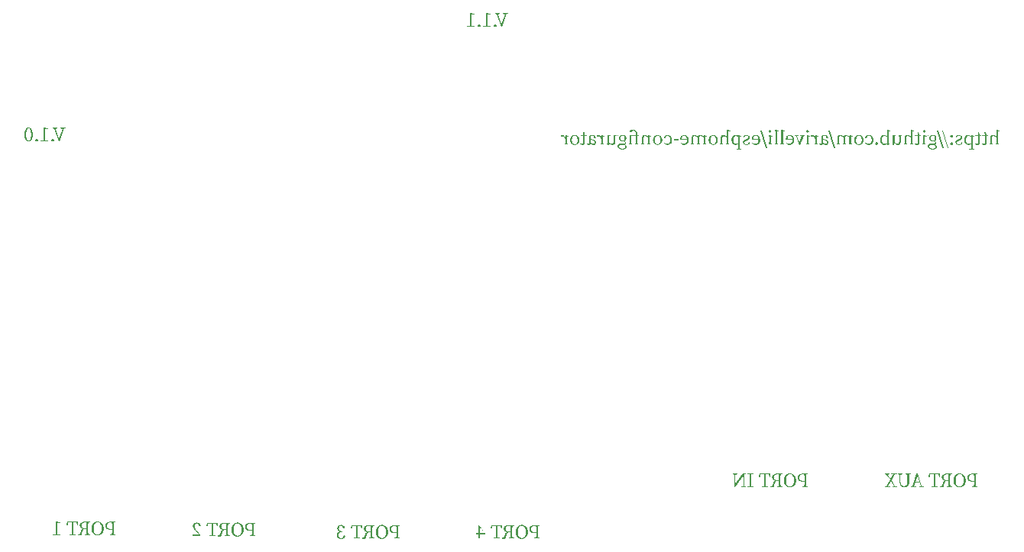
<source format=gbo>
G04 Layer: BottomSilkscreenLayer*
G04 EasyEDA v6.5.23, 2023-06-26 13:38:55*
G04 b532a6b097934e50b7b064742ede95bb,94392a2f1ed042d08b1874281cec1d10,10*
G04 Gerber Generator version 0.2*
G04 Scale: 100 percent, Rotated: No, Reflected: No *
G04 Dimensions in millimeters *
G04 leading zeros omitted , absolute positions ,4 integer and 5 decimal *
%FSLAX45Y45*%
%MOMM*%

%ADD10C,0.0001*%

%LPD*%
G36*
X8841740Y6440678D02*
G01*
X8835085Y6440322D01*
X8828938Y6439204D01*
X8823401Y6437426D01*
X8818575Y6435039D01*
X8814562Y6432042D01*
X8811514Y6428486D01*
X8809532Y6424371D01*
X8808720Y6419850D01*
X8810040Y6416598D01*
X8812326Y6413957D01*
X8815527Y6412128D01*
X8819388Y6411468D01*
X8823350Y6412077D01*
X8827008Y6413906D01*
X8830462Y6416802D01*
X8833866Y6420866D01*
X8843010Y6433058D01*
X8850122Y6432092D01*
X8856522Y6430010D01*
X8862060Y6426962D01*
X8866632Y6423152D01*
X8869476Y6419799D01*
X8871915Y6415989D01*
X8873947Y6411569D01*
X8875572Y6406591D01*
X8876792Y6400952D01*
X8877655Y6394551D01*
X8878062Y6387338D01*
X8878062Y6379210D01*
X8829548Y6379210D01*
X8810244Y6382004D01*
X8807450Y6379972D01*
X8807958Y6351270D01*
X8807704Y6283198D01*
X8792464Y6280658D01*
X8792464Y6273800D01*
X8843264Y6273800D01*
X8843264Y6280658D01*
X8826754Y6283198D01*
X8826246Y6320536D01*
X8826296Y6344158D01*
X8827008Y6369558D01*
X8877808Y6369558D01*
X8877757Y6311188D01*
X8877300Y6283452D01*
X8857488Y6280658D01*
X8857488Y6273800D01*
X8914384Y6273800D01*
X8914384Y6280658D01*
X8896604Y6283198D01*
X8896146Y6301790D01*
X8896096Y6369558D01*
X8914638Y6369558D01*
X8914638Y6377432D01*
X8896096Y6379972D01*
X8895130Y6388354D01*
X8893860Y6395923D01*
X8892286Y6402628D01*
X8890355Y6408724D01*
X8887968Y6414160D01*
X8885072Y6419088D01*
X8881618Y6423558D01*
X8877554Y6427724D01*
X8873642Y6430975D01*
X8869476Y6433718D01*
X8865108Y6435953D01*
X8860586Y6437731D01*
X8855964Y6439052D01*
X8851290Y6439966D01*
X8846515Y6440525D01*
G37*
G36*
X12876022Y6438392D02*
G01*
X12873228Y6436868D01*
X12873736Y6405118D01*
X12873736Y6361430D01*
X12869367Y6365900D01*
X12864693Y6369913D01*
X12859766Y6373469D01*
X12854635Y6376517D01*
X12849352Y6378956D01*
X12843967Y6380734D01*
X12838531Y6381851D01*
X12833096Y6382258D01*
X12826492Y6381699D01*
X12820700Y6380022D01*
X12815824Y6377076D01*
X12811810Y6372910D01*
X12808712Y6367322D01*
X12806426Y6360312D01*
X12805105Y6351727D01*
X12804648Y6341618D01*
X12804597Y6311747D01*
X12804140Y6283198D01*
X12788646Y6280658D01*
X12788646Y6273800D01*
X12839954Y6273800D01*
X12839954Y6280658D01*
X12823190Y6283198D01*
X12822936Y6341364D01*
X12823240Y6348374D01*
X12824104Y6354165D01*
X12825526Y6358788D01*
X12827558Y6362446D01*
X12830149Y6365138D01*
X12833350Y6366916D01*
X12837109Y6367983D01*
X12841478Y6368288D01*
X12849047Y6367576D01*
X12856718Y6365138D01*
X12864744Y6360566D01*
X12873482Y6353556D01*
X12873431Y6311900D01*
X12872974Y6283198D01*
X12857480Y6280658D01*
X12857480Y6273800D01*
X12908788Y6273800D01*
X12908788Y6280658D01*
X12892024Y6283198D01*
X12891770Y6320536D01*
X12891770Y6420612D01*
X12909804Y6422390D01*
X12909804Y6428994D01*
G37*
G36*
X11926570Y6438392D02*
G01*
X11923776Y6436868D01*
X11924284Y6405118D01*
X11924284Y6361430D01*
X11919915Y6365900D01*
X11915241Y6369913D01*
X11910314Y6373469D01*
X11905183Y6376517D01*
X11899900Y6378956D01*
X11894515Y6380734D01*
X11889079Y6381851D01*
X11883644Y6382258D01*
X11876989Y6381699D01*
X11871248Y6380022D01*
X11866321Y6377076D01*
X11862257Y6372910D01*
X11859056Y6367322D01*
X11856770Y6360312D01*
X11855399Y6351727D01*
X11854942Y6341618D01*
X11854688Y6283198D01*
X11839194Y6280658D01*
X11839194Y6273800D01*
X11890248Y6273800D01*
X11890248Y6280658D01*
X11873738Y6283198D01*
X11873230Y6320536D01*
X11873230Y6341364D01*
X11873534Y6348374D01*
X11874398Y6354165D01*
X11875820Y6358788D01*
X11877852Y6362446D01*
X11880494Y6365138D01*
X11883745Y6366916D01*
X11887555Y6367983D01*
X11892026Y6368288D01*
X11899544Y6367576D01*
X11907113Y6365138D01*
X11915089Y6360566D01*
X11923776Y6353556D01*
X11923725Y6302248D01*
X11923522Y6283198D01*
X11908028Y6280658D01*
X11908028Y6273800D01*
X11959336Y6273800D01*
X11959336Y6280658D01*
X11942572Y6283198D01*
X11942064Y6320536D01*
X11942064Y6420612D01*
X11960352Y6422390D01*
X11960352Y6428994D01*
G37*
G36*
X11662664Y6438392D02*
G01*
X11659616Y6436868D01*
X11660378Y6405118D01*
X11660378Y6365748D01*
X11656314Y6369761D01*
X11652148Y6373164D01*
X11647932Y6376009D01*
X11643614Y6378295D01*
X11639245Y6380022D01*
X11634876Y6381292D01*
X11630456Y6382004D01*
X11626088Y6382258D01*
X11620195Y6381851D01*
X11614556Y6380581D01*
X11609222Y6378549D01*
X11604294Y6375704D01*
X11599773Y6372148D01*
X11595709Y6367830D01*
X11592153Y6362750D01*
X11589105Y6357061D01*
X11586667Y6350660D01*
X11584889Y6343599D01*
X11583771Y6335928D01*
X11583466Y6326124D01*
X11602974Y6326124D01*
X11603228Y6333236D01*
X11603939Y6339789D01*
X11605158Y6345682D01*
X11606784Y6350965D01*
X11608816Y6355689D01*
X11611203Y6359753D01*
X11613946Y6363208D01*
X11617045Y6366052D01*
X11620449Y6368237D01*
X11624106Y6369812D01*
X11628018Y6370777D01*
X11632184Y6371082D01*
X11637772Y6370675D01*
X11644122Y6368897D01*
X11651386Y6365087D01*
X11659870Y6358382D01*
X11659870Y6294628D01*
X11653012Y6288989D01*
X11646255Y6285179D01*
X11639600Y6283096D01*
X11633200Y6282436D01*
X11629237Y6282690D01*
X11625427Y6283502D01*
X11621719Y6284874D01*
X11618264Y6286804D01*
X11615013Y6289395D01*
X11612067Y6292545D01*
X11609476Y6296406D01*
X11607241Y6300927D01*
X11605463Y6306108D01*
X11604091Y6312052D01*
X11603278Y6318707D01*
X11602974Y6326124D01*
X11583466Y6326124D01*
X11583619Y6321501D01*
X11584279Y6315608D01*
X11585346Y6309969D01*
X11586768Y6304635D01*
X11588597Y6299657D01*
X11590782Y6294983D01*
X11593322Y6290665D01*
X11596166Y6286754D01*
X11599367Y6283198D01*
X11602821Y6280099D01*
X11606580Y6277406D01*
X11610644Y6275120D01*
X11614912Y6273342D01*
X11619433Y6272072D01*
X11624208Y6271260D01*
X11629136Y6271006D01*
X11636908Y6271717D01*
X11644833Y6274206D01*
X11652758Y6279032D01*
X11660378Y6286754D01*
X11662156Y6271514D01*
X11695176Y6273800D01*
X11695176Y6280658D01*
X11678666Y6283198D01*
X11678158Y6320536D01*
X11678158Y6420612D01*
X11696192Y6422390D01*
X11696192Y6428994D01*
G37*
G36*
X10491216Y6438392D02*
G01*
X10488168Y6436868D01*
X10489184Y6405118D01*
X10489133Y6301892D01*
X10488930Y6283198D01*
X10470896Y6280658D01*
X10470896Y6273800D01*
X10525760Y6273800D01*
X10525760Y6280658D01*
X10507980Y6283198D01*
X10507472Y6320536D01*
X10507472Y6420612D01*
X10525760Y6422390D01*
X10525760Y6428994D01*
G37*
G36*
X10424414Y6438392D02*
G01*
X10421366Y6436868D01*
X10422382Y6405118D01*
X10422128Y6283198D01*
X10404094Y6280658D01*
X10404094Y6273800D01*
X10458704Y6273800D01*
X10458704Y6280658D01*
X10441178Y6283198D01*
X10440670Y6320536D01*
X10440670Y6420612D01*
X10458704Y6422390D01*
X10458704Y6428994D01*
G37*
G36*
X9889236Y6438392D02*
G01*
X9886442Y6436868D01*
X9886950Y6405118D01*
X9886950Y6361430D01*
X9882581Y6365900D01*
X9877907Y6369913D01*
X9872980Y6373469D01*
X9867849Y6376517D01*
X9862566Y6378956D01*
X9857181Y6380734D01*
X9851745Y6381851D01*
X9846310Y6382258D01*
X9839655Y6381699D01*
X9833914Y6380022D01*
X9828987Y6377076D01*
X9824923Y6372910D01*
X9821722Y6367322D01*
X9819436Y6360312D01*
X9818065Y6351727D01*
X9817608Y6341618D01*
X9817354Y6283198D01*
X9801860Y6280658D01*
X9801860Y6273800D01*
X9853168Y6273800D01*
X9853168Y6280658D01*
X9836404Y6283198D01*
X9835896Y6320536D01*
X9835896Y6341364D01*
X9836200Y6348374D01*
X9837064Y6354165D01*
X9838486Y6358788D01*
X9840518Y6362446D01*
X9843160Y6365138D01*
X9846411Y6366916D01*
X9850221Y6367983D01*
X9854692Y6368288D01*
X9862261Y6367576D01*
X9869932Y6365138D01*
X9877958Y6360566D01*
X9886696Y6353556D01*
X9886645Y6311900D01*
X9886188Y6283198D01*
X9870694Y6280658D01*
X9870694Y6273800D01*
X9922002Y6273800D01*
X9922002Y6280658D01*
X9905238Y6283198D01*
X9905034Y6302248D01*
X9904984Y6420612D01*
X9923018Y6422390D01*
X9923018Y6428994D01*
G37*
G36*
X12072112Y6435090D02*
G01*
X12066574Y6434124D01*
X12062053Y6431381D01*
X12059005Y6427165D01*
X12057888Y6421628D01*
X12059005Y6416040D01*
X12062053Y6411620D01*
X12066574Y6408674D01*
X12072112Y6407658D01*
X12077750Y6408674D01*
X12082272Y6411569D01*
X12085269Y6416040D01*
X12086336Y6421628D01*
X12085269Y6427165D01*
X12082272Y6431381D01*
X12077750Y6434124D01*
G37*
G36*
X10780014Y6435090D02*
G01*
X10774578Y6434124D01*
X10770057Y6431381D01*
X10766958Y6427165D01*
X10765790Y6421628D01*
X10766958Y6416040D01*
X10770057Y6411620D01*
X10774578Y6408674D01*
X10780014Y6407658D01*
X10785703Y6408674D01*
X10790275Y6411569D01*
X10793374Y6416040D01*
X10794492Y6421628D01*
X10793374Y6427165D01*
X10790275Y6431381D01*
X10785703Y6434124D01*
G37*
G36*
X10363962Y6435090D02*
G01*
X10358424Y6434124D01*
X10353903Y6431381D01*
X10350855Y6427165D01*
X10349738Y6421628D01*
X10350855Y6416040D01*
X10353903Y6411620D01*
X10358424Y6408674D01*
X10363962Y6407658D01*
X10369651Y6408674D01*
X10374274Y6411569D01*
X10377322Y6416040D01*
X10378440Y6421628D01*
X10377322Y6427165D01*
X10374274Y6431381D01*
X10369651Y6434124D01*
G37*
G36*
X12269978Y6431788D02*
G01*
X12329160Y6238240D01*
X12341352Y6238240D01*
X12281662Y6431788D01*
G37*
G36*
X12214860Y6431788D02*
G01*
X12274296Y6238240D01*
X12286488Y6238240D01*
X12226544Y6431788D01*
G37*
G36*
X11014456Y6431788D02*
G01*
X11073638Y6238240D01*
X11085830Y6238240D01*
X11026140Y6431788D01*
G37*
G36*
X10258806Y6431788D02*
G01*
X10318242Y6238240D01*
X10330434Y6238240D01*
X10270744Y6431788D01*
G37*
G36*
X12741656Y6409944D02*
G01*
X12742926Y6379210D01*
X12713208Y6379210D01*
X12713208Y6369558D01*
X12743180Y6369558D01*
X12743180Y6297676D01*
X12742316Y6290157D01*
X12739776Y6285026D01*
X12735763Y6282080D01*
X12730480Y6281166D01*
X12726670Y6281572D01*
X12723063Y6282740D01*
X12719354Y6284722D01*
X12715240Y6287516D01*
X12710668Y6282436D01*
X12715443Y6277660D01*
X12721437Y6274054D01*
X12728498Y6271768D01*
X12736576Y6271006D01*
X12742164Y6271412D01*
X12747142Y6272530D01*
X12751460Y6274511D01*
X12755067Y6277305D01*
X12757912Y6280912D01*
X12759994Y6285382D01*
X12761264Y6290716D01*
X12761722Y6296914D01*
X12761468Y6315456D01*
X12761468Y6369558D01*
X12780264Y6369558D01*
X12780264Y6377432D01*
X12760452Y6379972D01*
X12754610Y6409944D01*
G37*
G36*
X12667488Y6409944D02*
G01*
X12668504Y6379210D01*
X12638786Y6379210D01*
X12638786Y6369558D01*
X12668758Y6369558D01*
X12668758Y6297676D01*
X12667894Y6290157D01*
X12665354Y6285026D01*
X12661341Y6282080D01*
X12656058Y6281166D01*
X12652248Y6281572D01*
X12648641Y6282740D01*
X12644932Y6284722D01*
X12640818Y6287516D01*
X12636246Y6282436D01*
X12641173Y6277660D01*
X12647117Y6274054D01*
X12654127Y6271768D01*
X12662154Y6271006D01*
X12667742Y6271412D01*
X12672720Y6272530D01*
X12677038Y6274511D01*
X12680645Y6277305D01*
X12683490Y6280912D01*
X12685572Y6285382D01*
X12686842Y6290716D01*
X12687300Y6296914D01*
X12687046Y6315456D01*
X12687046Y6369558D01*
X12706096Y6369558D01*
X12706096Y6377432D01*
X12686030Y6379972D01*
X12680188Y6409944D01*
G37*
G36*
X11998452Y6409944D02*
G01*
X11999722Y6379210D01*
X11969750Y6379210D01*
X11969750Y6369558D01*
X11999976Y6369558D01*
X11999976Y6297676D01*
X11999061Y6290157D01*
X11996470Y6285026D01*
X11992356Y6282080D01*
X11987022Y6281166D01*
X11983212Y6281572D01*
X11979605Y6282740D01*
X11975896Y6284722D01*
X11971782Y6287516D01*
X11967464Y6282436D01*
X11972239Y6277660D01*
X11978081Y6274054D01*
X11985091Y6271768D01*
X11993118Y6271006D01*
X11998807Y6271412D01*
X12003786Y6272530D01*
X12008104Y6274511D01*
X12011710Y6277305D01*
X12014504Y6280912D01*
X12016587Y6285382D01*
X12017857Y6290716D01*
X12018264Y6296914D01*
X12018264Y6369558D01*
X12037060Y6369558D01*
X12037060Y6377432D01*
X12017248Y6379972D01*
X12011152Y6409944D01*
G37*
G36*
X8292846Y6409944D02*
G01*
X8294116Y6379210D01*
X8264144Y6379210D01*
X8264144Y6369558D01*
X8294370Y6369558D01*
X8294370Y6297676D01*
X8293506Y6290157D01*
X8290915Y6285026D01*
X8286851Y6282080D01*
X8281416Y6281166D01*
X8277758Y6281572D01*
X8274202Y6282740D01*
X8270392Y6284722D01*
X8266175Y6287516D01*
X8261858Y6282436D01*
X8266633Y6277660D01*
X8272576Y6274054D01*
X8279587Y6271768D01*
X8287512Y6271006D01*
X8293201Y6271412D01*
X8298230Y6272530D01*
X8302599Y6274511D01*
X8306206Y6277305D01*
X8309102Y6280912D01*
X8311184Y6285382D01*
X8312454Y6290716D01*
X8312912Y6296914D01*
X8312658Y6315456D01*
X8312658Y6369558D01*
X8331453Y6369558D01*
X8331453Y6377432D01*
X8311642Y6379972D01*
X8305800Y6409944D01*
G37*
G36*
X12375896Y6383274D02*
G01*
X12369850Y6382054D01*
X12365024Y6378752D01*
X12361824Y6373825D01*
X12360656Y6367780D01*
X12361824Y6362141D01*
X12365024Y6357467D01*
X12369850Y6354267D01*
X12375896Y6353048D01*
X12381687Y6354267D01*
X12386411Y6357467D01*
X12389662Y6362141D01*
X12390882Y6367780D01*
X12389662Y6373825D01*
X12386411Y6378752D01*
X12381687Y6382054D01*
G37*
G36*
X12557760Y6382258D02*
G01*
X12551968Y6381851D01*
X12546431Y6380581D01*
X12541199Y6378448D01*
X12536322Y6375603D01*
X12531852Y6371945D01*
X12527838Y6367576D01*
X12524282Y6362446D01*
X12521285Y6356654D01*
X12518847Y6350203D01*
X12517069Y6343142D01*
X12515951Y6335420D01*
X12515645Y6325616D01*
X12534900Y6325616D01*
X12535154Y6332829D01*
X12535865Y6339382D01*
X12536982Y6345377D01*
X12538557Y6350711D01*
X12540538Y6355486D01*
X12542875Y6359601D01*
X12545568Y6363106D01*
X12548616Y6365951D01*
X12551918Y6368186D01*
X12555575Y6369812D01*
X12559487Y6370777D01*
X12563602Y6371082D01*
X12569037Y6370624D01*
X12575286Y6368796D01*
X12582448Y6365087D01*
X12590780Y6358890D01*
X12590780Y6293358D01*
X12584430Y6288328D01*
X12578232Y6284925D01*
X12572085Y6283045D01*
X12565888Y6282436D01*
X12561671Y6282690D01*
X12557607Y6283502D01*
X12553746Y6284874D01*
X12550190Y6286804D01*
X12546888Y6289344D01*
X12543891Y6292494D01*
X12541300Y6296304D01*
X12539116Y6300774D01*
X12537287Y6305905D01*
X12536017Y6311747D01*
X12535204Y6318300D01*
X12534900Y6325616D01*
X12515645Y6325616D01*
X12515799Y6320840D01*
X12516510Y6314795D01*
X12517577Y6309156D01*
X12519050Y6303772D01*
X12520930Y6298793D01*
X12523165Y6294221D01*
X12525705Y6289954D01*
X12528600Y6286093D01*
X12531801Y6282690D01*
X12535306Y6279642D01*
X12539014Y6277051D01*
X12543028Y6274917D01*
X12547244Y6273241D01*
X12551664Y6272022D01*
X12556286Y6271260D01*
X12561062Y6271006D01*
X12568732Y6271717D01*
X12576454Y6274104D01*
X12584023Y6278626D01*
X12591288Y6285738D01*
X12591034Y6230366D01*
X12570714Y6227318D01*
X12570714Y6220460D01*
X12627610Y6220460D01*
X12627610Y6227318D01*
X12609576Y6230112D01*
X12609068Y6267450D01*
X12609118Y6340652D01*
X12609576Y6361430D01*
X12627610Y6363208D01*
X12627610Y6369812D01*
X12596368Y6382004D01*
X12593320Y6379972D01*
X12591796Y6365748D01*
X12587782Y6369812D01*
X12583668Y6373266D01*
X12579502Y6376111D01*
X12575235Y6378397D01*
X12570968Y6380124D01*
X12566599Y6381343D01*
X12562230Y6382004D01*
G37*
G36*
X12454890Y6382258D02*
G01*
X12446355Y6381648D01*
X12438481Y6379870D01*
X12431014Y6377025D01*
X12423648Y6373114D01*
X12424664Y6350508D01*
X12434570Y6350508D01*
X12438888Y6369558D01*
X12442748Y6371285D01*
X12446711Y6372555D01*
X12450724Y6373368D01*
X12454890Y6373622D01*
X12464288Y6372453D01*
X12470993Y6369100D01*
X12475108Y6363970D01*
X12476480Y6357366D01*
X12475362Y6350863D01*
X12471806Y6345834D01*
X12465456Y6341618D01*
X12455906Y6337554D01*
X12448032Y6334760D01*
X12440462Y6331762D01*
X12434062Y6328511D01*
X12428778Y6324955D01*
X12424613Y6321145D01*
X12421412Y6317030D01*
X12419228Y6312560D01*
X12417958Y6307836D01*
X12417552Y6302756D01*
X12417856Y6298488D01*
X12418771Y6294424D01*
X12420346Y6290513D01*
X12422479Y6286855D01*
X12425222Y6283452D01*
X12428575Y6280404D01*
X12432487Y6277711D01*
X12437008Y6275374D01*
X12442088Y6273546D01*
X12447727Y6272174D01*
X12453975Y6271310D01*
X12460732Y6271006D01*
X12469774Y6271514D01*
X12478156Y6273088D01*
X12486182Y6275730D01*
X12494260Y6279388D01*
X12494768Y6303772D01*
X12484100Y6303772D01*
X12479274Y6283198D01*
X12475159Y6281521D01*
X12470790Y6280353D01*
X12466116Y6279642D01*
X12460986Y6279388D01*
X12454839Y6279743D01*
X12449606Y6280708D01*
X12445187Y6282283D01*
X12441580Y6284417D01*
X12438837Y6287008D01*
X12436856Y6290106D01*
X12435738Y6293561D01*
X12435332Y6297422D01*
X12436500Y6303873D01*
X12440208Y6309106D01*
X12446711Y6313576D01*
X12456160Y6317742D01*
X12466320Y6321044D01*
X12472263Y6323482D01*
X12477546Y6326174D01*
X12482271Y6329273D01*
X12486233Y6332728D01*
X12489434Y6336639D01*
X12491770Y6340957D01*
X12493244Y6345834D01*
X12493752Y6351270D01*
X12493091Y6357366D01*
X12491161Y6363055D01*
X12488011Y6368338D01*
X12483642Y6372961D01*
X12478105Y6376822D01*
X12471450Y6379718D01*
X12463729Y6381597D01*
G37*
G36*
X12167870Y6382258D02*
G01*
X12159640Y6381750D01*
X12152172Y6380124D01*
X12145568Y6377432D01*
X12139930Y6373622D01*
X12114530Y6382004D01*
X12111228Y6379972D01*
X12111228Y6366764D01*
X12133834Y6367272D01*
X12131294Y6362801D01*
X12129465Y6357772D01*
X12128347Y6352133D01*
X12128021Y6346444D01*
X12145518Y6346444D01*
X12145873Y6352387D01*
X12146991Y6357823D01*
X12148820Y6362598D01*
X12151309Y6366713D01*
X12154509Y6370066D01*
X12158268Y6372555D01*
X12162637Y6374079D01*
X12167616Y6374638D01*
X12172696Y6374079D01*
X12177217Y6372504D01*
X12181179Y6369964D01*
X12184481Y6366560D01*
X12187174Y6362344D01*
X12189104Y6357366D01*
X12190323Y6351828D01*
X12190730Y6345682D01*
X12190323Y6339382D01*
X12189206Y6333744D01*
X12187377Y6328816D01*
X12184837Y6324650D01*
X12181636Y6321247D01*
X12177877Y6318808D01*
X12173508Y6317234D01*
X12168632Y6316726D01*
X12163501Y6317284D01*
X12158929Y6318961D01*
X12154966Y6321552D01*
X12151664Y6325108D01*
X12149023Y6329426D01*
X12147092Y6334506D01*
X12145924Y6340195D01*
X12145518Y6346444D01*
X12128021Y6346444D01*
X12128347Y6340297D01*
X12129363Y6335115D01*
X12130989Y6330340D01*
X12133173Y6326022D01*
X12135967Y6322161D01*
X12139269Y6318758D01*
X12143028Y6315862D01*
X12147245Y6313474D01*
X12151868Y6311595D01*
X12156897Y6310223D01*
X12162231Y6309360D01*
X12167870Y6309106D01*
X12172696Y6309309D01*
X12177217Y6309817D01*
X12181535Y6310731D01*
X12185650Y6311900D01*
X12188291Y6308242D01*
X12190222Y6304737D01*
X12191390Y6301232D01*
X12191746Y6297422D01*
X12191085Y6293002D01*
X12188850Y6289751D01*
X12184481Y6287719D01*
X12177522Y6287008D01*
X12148058Y6287008D01*
X12139523Y6286500D01*
X12132157Y6285077D01*
X12126010Y6282690D01*
X12120981Y6279489D01*
X12117171Y6275425D01*
X12114428Y6270599D01*
X12112802Y6265062D01*
X12112244Y6258814D01*
X12112650Y6253988D01*
X12112890Y6252972D01*
X12128500Y6252972D01*
X12129668Y6259931D01*
X12133427Y6265570D01*
X12140184Y6269380D01*
X12150344Y6270752D01*
X12179198Y6270802D01*
X12186920Y6271260D01*
X12191136Y6266383D01*
X12193981Y6261557D01*
X12195556Y6256528D01*
X12196064Y6250940D01*
X12195556Y6245809D01*
X12193981Y6241389D01*
X12191542Y6237732D01*
X12188139Y6234734D01*
X12183973Y6232448D01*
X12179046Y6230874D01*
X12173407Y6229908D01*
X12167108Y6229604D01*
X12158167Y6230061D01*
X12150344Y6231382D01*
X12143740Y6233515D01*
X12138304Y6236360D01*
X12134037Y6239764D01*
X12130938Y6243726D01*
X12129109Y6248196D01*
X12128500Y6252972D01*
X12112890Y6252972D01*
X12113768Y6249263D01*
X12115698Y6244691D01*
X12118390Y6240272D01*
X12121845Y6236157D01*
X12126061Y6232398D01*
X12131040Y6229045D01*
X12136729Y6226098D01*
X12143232Y6223762D01*
X12150445Y6221984D01*
X12158421Y6220866D01*
X12167108Y6220460D01*
X12174778Y6220714D01*
X12181738Y6221374D01*
X12187936Y6222492D01*
X12193422Y6224016D01*
X12198197Y6225895D01*
X12202312Y6228181D01*
X12205766Y6230772D01*
X12208510Y6233668D01*
X12210643Y6236868D01*
X12212167Y6240322D01*
X12213031Y6243980D01*
X12213336Y6247892D01*
X12212167Y6254800D01*
X12208459Y6261049D01*
X12201855Y6266942D01*
X12192000Y6272530D01*
X12198096Y6275171D01*
X12202515Y6278981D01*
X12205309Y6283858D01*
X12206224Y6289802D01*
X12205411Y6295186D01*
X12202820Y6300876D01*
X12198096Y6307175D01*
X12190984Y6314440D01*
X12194794Y6316878D01*
X12198197Y6319723D01*
X12201144Y6323025D01*
X12203633Y6326784D01*
X12205614Y6330950D01*
X12207036Y6335522D01*
X12207951Y6340500D01*
X12208256Y6345936D01*
X12207900Y6351524D01*
X12206884Y6356654D01*
X12205208Y6361379D01*
X12202972Y6365646D01*
X12200178Y6369405D01*
X12196826Y6372758D01*
X12193016Y6375603D01*
X12188748Y6377990D01*
X12184024Y6379819D01*
X12178995Y6381191D01*
X12173559Y6382004D01*
G37*
G36*
X11456416Y6382258D02*
G01*
X11449253Y6381699D01*
X11442496Y6380124D01*
X11436350Y6377635D01*
X11430812Y6374231D01*
X11426037Y6370066D01*
X11422176Y6365240D01*
X11419281Y6359753D01*
X11417554Y6353810D01*
X11418824Y6350304D01*
X11420856Y6347764D01*
X11423650Y6346190D01*
X11427206Y6345682D01*
X11431879Y6346393D01*
X11435384Y6348526D01*
X11437721Y6351778D01*
X11439144Y6356096D01*
X11443208Y6371844D01*
X11449608Y6373317D01*
X11455400Y6373876D01*
X11460327Y6373520D01*
X11465001Y6372504D01*
X11469268Y6370828D01*
X11473230Y6368440D01*
X11476837Y6365494D01*
X11480038Y6361887D01*
X11482832Y6357670D01*
X11485118Y6352895D01*
X11486997Y6347510D01*
X11488318Y6341618D01*
X11489131Y6335115D01*
X11489436Y6328156D01*
X11489131Y6321298D01*
X11488166Y6314948D01*
X11486692Y6309156D01*
X11484610Y6303924D01*
X11482070Y6299250D01*
X11479022Y6295136D01*
X11475516Y6291630D01*
X11471656Y6288735D01*
X11467338Y6286449D01*
X11462766Y6284772D01*
X11457787Y6283807D01*
X11452606Y6283452D01*
X11447932Y6283756D01*
X11443411Y6284569D01*
X11439093Y6285941D01*
X11435029Y6287820D01*
X11431219Y6290208D01*
X11427663Y6293104D01*
X11424462Y6296456D01*
X11421618Y6300216D01*
X11417046Y6298184D01*
X11419890Y6292037D01*
X11423396Y6286652D01*
X11427561Y6281978D01*
X11432438Y6278118D01*
X11437924Y6275070D01*
X11444122Y6272834D01*
X11450980Y6271463D01*
X11458448Y6271006D01*
X11463934Y6271260D01*
X11469217Y6271971D01*
X11474196Y6273190D01*
X11478920Y6274866D01*
X11483340Y6277000D01*
X11487454Y6279540D01*
X11491264Y6282537D01*
X11494719Y6285890D01*
X11497818Y6289700D01*
X11500561Y6293815D01*
X11502898Y6298387D01*
X11504879Y6303264D01*
X11506454Y6308496D01*
X11507571Y6314033D01*
X11508232Y6319926D01*
X11508486Y6326124D01*
X11508181Y6332575D01*
X11507368Y6338671D01*
X11505996Y6344412D01*
X11504168Y6349796D01*
X11501882Y6354775D01*
X11499189Y6359398D01*
X11496090Y6363614D01*
X11492636Y6367424D01*
X11488877Y6370828D01*
X11484813Y6373825D01*
X11480546Y6376365D01*
X11476024Y6378448D01*
X11471300Y6380124D01*
X11466474Y6381292D01*
X11461496Y6382004D01*
G37*
G36*
X11348212Y6382258D02*
G01*
X11343386Y6382054D01*
X11338560Y6381343D01*
X11333835Y6380276D01*
X11329263Y6378702D01*
X11324844Y6376720D01*
X11320576Y6374282D01*
X11316563Y6371386D01*
X11312855Y6368084D01*
X11309400Y6364376D01*
X11306302Y6360160D01*
X11303609Y6355588D01*
X11301272Y6350558D01*
X11299444Y6345072D01*
X11298021Y6339179D01*
X11297208Y6332880D01*
X11296904Y6326124D01*
X11317478Y6326124D01*
X11317732Y6333591D01*
X11318392Y6340398D01*
X11319560Y6346647D01*
X11321135Y6352286D01*
X11323167Y6357264D01*
X11325606Y6361633D01*
X11328450Y6365341D01*
X11331651Y6368389D01*
X11335258Y6370777D01*
X11339220Y6372504D01*
X11343538Y6373520D01*
X11348212Y6373876D01*
X11352936Y6373520D01*
X11357254Y6372504D01*
X11361267Y6370777D01*
X11364874Y6368389D01*
X11368074Y6365341D01*
X11370919Y6361633D01*
X11373307Y6357264D01*
X11375339Y6352286D01*
X11376914Y6346647D01*
X11378031Y6340398D01*
X11378692Y6333591D01*
X11378946Y6326124D01*
X11378692Y6318808D01*
X11378031Y6312103D01*
X11376914Y6305956D01*
X11375339Y6300470D01*
X11373307Y6295593D01*
X11370919Y6291326D01*
X11368074Y6287719D01*
X11364874Y6284722D01*
X11361267Y6282385D01*
X11357254Y6280708D01*
X11352936Y6279743D01*
X11348212Y6279388D01*
X11343538Y6279743D01*
X11339220Y6280708D01*
X11335258Y6282385D01*
X11331651Y6284722D01*
X11328450Y6287719D01*
X11325606Y6291326D01*
X11323167Y6295593D01*
X11321135Y6300470D01*
X11319560Y6305956D01*
X11318392Y6312103D01*
X11317732Y6318808D01*
X11317478Y6326124D01*
X11296904Y6326124D01*
X11297208Y6319469D01*
X11298021Y6313271D01*
X11299444Y6307480D01*
X11301272Y6302095D01*
X11303609Y6297117D01*
X11306302Y6292596D01*
X11309400Y6288532D01*
X11312855Y6284823D01*
X11316563Y6281623D01*
X11320576Y6278778D01*
X11324844Y6276441D01*
X11329263Y6274460D01*
X11333835Y6272936D01*
X11338560Y6271869D01*
X11343386Y6271209D01*
X11348212Y6271006D01*
X11353088Y6271209D01*
X11357914Y6271869D01*
X11362639Y6272936D01*
X11367211Y6274460D01*
X11371630Y6276441D01*
X11375847Y6278778D01*
X11379860Y6281623D01*
X11383568Y6284823D01*
X11386972Y6288532D01*
X11390020Y6292596D01*
X11392712Y6297117D01*
X11394948Y6302095D01*
X11396776Y6307480D01*
X11398148Y6313271D01*
X11398961Y6319469D01*
X11399266Y6326124D01*
X11398961Y6332829D01*
X11398148Y6339128D01*
X11396776Y6344970D01*
X11394948Y6350457D01*
X11392662Y6355486D01*
X11389918Y6360058D01*
X11386870Y6364274D01*
X11383467Y6367983D01*
X11379758Y6371336D01*
X11375745Y6374231D01*
X11371529Y6376670D01*
X11367109Y6378651D01*
X11362537Y6380226D01*
X11357864Y6381343D01*
X11353038Y6382054D01*
G37*
G36*
X11137900Y6382258D02*
G01*
X11131499Y6381699D01*
X11125860Y6380073D01*
X11120983Y6377279D01*
X11116919Y6373215D01*
X11113719Y6367932D01*
X11111382Y6361277D01*
X11109960Y6353200D01*
X11109452Y6343650D01*
X11109401Y6311747D01*
X11108944Y6283198D01*
X11093450Y6280658D01*
X11093450Y6273800D01*
X11144504Y6273800D01*
X11144504Y6280658D01*
X11127994Y6283198D01*
X11127486Y6320536D01*
X11127486Y6341364D01*
X11127740Y6348476D01*
X11128603Y6354318D01*
X11130026Y6358940D01*
X11132007Y6362496D01*
X11134648Y6365087D01*
X11137900Y6366814D01*
X11141760Y6367729D01*
X11146282Y6368034D01*
X11153343Y6367221D01*
X11160556Y6364681D01*
X11168278Y6360109D01*
X11176762Y6353302D01*
X11176203Y6347866D01*
X11176000Y6341872D01*
X11175949Y6302044D01*
X11175492Y6283198D01*
X11160252Y6280658D01*
X11160252Y6273800D01*
X11211560Y6273800D01*
X11211560Y6280658D01*
X11194542Y6283198D01*
X11194288Y6341110D01*
X11194542Y6348120D01*
X11195354Y6353911D01*
X11196726Y6358534D01*
X11198656Y6362192D01*
X11201196Y6364884D01*
X11204346Y6366662D01*
X11208156Y6367729D01*
X11212576Y6368034D01*
X11219992Y6367221D01*
X11227206Y6364579D01*
X11234674Y6360109D01*
X11242802Y6353556D01*
X11242751Y6311900D01*
X11242294Y6283198D01*
X11226800Y6280658D01*
X11226800Y6273800D01*
X11278108Y6273800D01*
X11278108Y6280658D01*
X11261598Y6283198D01*
X11261344Y6340805D01*
X11261547Y6354876D01*
X11261852Y6361430D01*
X11279632Y6363208D01*
X11279632Y6369812D01*
X11248136Y6382004D01*
X11245088Y6379972D01*
X11243310Y6361938D01*
X11239042Y6366408D01*
X11234572Y6370370D01*
X11229848Y6373825D01*
X11224920Y6376771D01*
X11219891Y6379108D01*
X11214760Y6380835D01*
X11209629Y6381902D01*
X11204448Y6382258D01*
X11199520Y6381953D01*
X11195100Y6381038D01*
X11191138Y6379464D01*
X11187633Y6377279D01*
X11184534Y6374384D01*
X11181943Y6370777D01*
X11179759Y6366459D01*
X11178032Y6361430D01*
X11173561Y6366408D01*
X11168837Y6370675D01*
X11163960Y6374282D01*
X11158931Y6377178D01*
X11153749Y6379413D01*
X11148517Y6380988D01*
X11143234Y6381953D01*
G37*
G36*
X10964672Y6382258D02*
G01*
X10959084Y6382054D01*
X10954004Y6381343D01*
X10949432Y6380175D01*
X10945317Y6378549D01*
X10941761Y6376314D01*
X10938611Y6373571D01*
X10936020Y6370269D01*
X10933887Y6366357D01*
X10932261Y6361785D01*
X10931042Y6356604D01*
X10930382Y6350711D01*
X10930128Y6344158D01*
X10930128Y6332220D01*
X10948416Y6332220D01*
X10959744Y6328816D01*
X10968736Y6325616D01*
X10975340Y6322720D01*
X10980623Y6319723D01*
X10984636Y6316675D01*
X10987633Y6313627D01*
X10989716Y6310528D01*
X10990986Y6307378D01*
X10991646Y6304280D01*
X10991850Y6301232D01*
X10990478Y6293510D01*
X10986668Y6288125D01*
X10980928Y6284976D01*
X10973816Y6283960D01*
X10968126Y6284620D01*
X10962640Y6286804D01*
X10956391Y6290818D01*
X10948416Y6296914D01*
X10948416Y6332220D01*
X10930128Y6332220D01*
X10930128Y6295644D01*
X10929569Y6289040D01*
X10927943Y6284620D01*
X10925403Y6282182D01*
X10922000Y6281420D01*
X10919409Y6281775D01*
X10917123Y6282893D01*
X10915040Y6284620D01*
X10912856Y6287008D01*
X10908792Y6282690D01*
X10912856Y6277356D01*
X10917377Y6273850D01*
X10922457Y6271869D01*
X10928096Y6271260D01*
X10935563Y6272479D01*
X10941405Y6276035D01*
X10945622Y6281572D01*
X10947908Y6288786D01*
X10956340Y6280962D01*
X10960252Y6277914D01*
X10964062Y6275425D01*
X10967974Y6273495D01*
X10972038Y6272123D01*
X10976406Y6271260D01*
X10981182Y6271006D01*
X10987125Y6271463D01*
X10992662Y6272733D01*
X10997641Y6274917D01*
X11002010Y6277914D01*
X11005616Y6281775D01*
X11008309Y6286449D01*
X11010036Y6291935D01*
X11010646Y6298184D01*
X11010239Y6303162D01*
X11009020Y6307785D01*
X11006683Y6312154D01*
X11003178Y6316319D01*
X10998301Y6320332D01*
X10991900Y6324244D01*
X10983772Y6328105D01*
X10973816Y6331966D01*
X10961776Y6335826D01*
X10955121Y6337706D01*
X10948416Y6339332D01*
X10948416Y6346190D01*
X10948720Y6353657D01*
X10949584Y6359753D01*
X10951159Y6364528D01*
X10953343Y6368237D01*
X10956290Y6370878D01*
X10959998Y6372606D01*
X10964468Y6373571D01*
X10969752Y6373876D01*
X10975695Y6373317D01*
X10982198Y6371844D01*
X10986516Y6356604D01*
X10988243Y6352133D01*
X10990681Y6348933D01*
X10993831Y6347053D01*
X10997692Y6346444D01*
X11001756Y6347002D01*
X11004753Y6348628D01*
X11006683Y6351270D01*
X11007598Y6354826D01*
X11005616Y6360871D01*
X11002518Y6366306D01*
X10998352Y6370980D01*
X10993272Y6374942D01*
X10987278Y6378041D01*
X10980470Y6380378D01*
X10972901Y6381800D01*
G37*
G36*
X10831576Y6382258D02*
G01*
X10826597Y6381699D01*
X10822076Y6380073D01*
X10818266Y6377432D01*
X10815574Y6373876D01*
X10816285Y6367627D01*
X10818571Y6362801D01*
X10822533Y6359753D01*
X10828274Y6358636D01*
X10832084Y6359093D01*
X10835538Y6360363D01*
X10838789Y6362395D01*
X10844784Y6367526D01*
X10851032Y6361938D01*
X10856264Y6355283D01*
X10860532Y6347358D01*
X10864088Y6338062D01*
X10863580Y6283452D01*
X10845038Y6280658D01*
X10845038Y6273800D01*
X10899140Y6273800D01*
X10899140Y6280658D01*
X10882884Y6283198D01*
X10882376Y6320536D01*
X10882426Y6340805D01*
X10882782Y6354876D01*
X10883138Y6361430D01*
X10900664Y6363208D01*
X10900664Y6369812D01*
X10869422Y6382004D01*
X10866374Y6379972D01*
X10864088Y6353302D01*
X10861141Y6359804D01*
X10857738Y6365544D01*
X10853978Y6370523D01*
X10849813Y6374638D01*
X10845444Y6377940D01*
X10840923Y6380327D01*
X10836249Y6381750D01*
G37*
G36*
X10581386Y6382258D02*
G01*
X10575493Y6381902D01*
X10569905Y6380937D01*
X10564672Y6379311D01*
X10559846Y6377076D01*
X10555478Y6374231D01*
X10551515Y6370878D01*
X10548061Y6366916D01*
X10545165Y6362446D01*
X10542828Y6357518D01*
X10541152Y6352082D01*
X10540407Y6347968D01*
X10557764Y6347968D01*
X10558221Y6352997D01*
X10559592Y6357823D01*
X10561726Y6362192D01*
X10564672Y6366052D01*
X10568228Y6369304D01*
X10572445Y6371742D01*
X10577169Y6373317D01*
X10582402Y6373876D01*
X10587482Y6373317D01*
X10592460Y6371691D01*
X10597286Y6368846D01*
X10601706Y6364833D01*
X10605617Y6359601D01*
X10608818Y6353098D01*
X10611205Y6345224D01*
X10612628Y6336030D01*
X10569702Y6335522D01*
X10563758Y6336436D01*
X10560100Y6338976D01*
X10558272Y6342938D01*
X10557764Y6347968D01*
X10540407Y6347968D01*
X10540085Y6346190D01*
X10539730Y6339840D01*
X10540085Y6332829D01*
X10541254Y6327394D01*
X10612882Y6327648D01*
X10612475Y6320586D01*
X10611459Y6314135D01*
X10609935Y6308293D01*
X10607903Y6303111D01*
X10605363Y6298488D01*
X10602315Y6294526D01*
X10598861Y6291122D01*
X10595000Y6288379D01*
X10590733Y6286195D01*
X10586110Y6284671D01*
X10581132Y6283756D01*
X10575798Y6283452D01*
X10565892Y6284620D01*
X10557713Y6287820D01*
X10550702Y6292900D01*
X10544556Y6299454D01*
X10539984Y6296406D01*
X10543336Y6290818D01*
X10547197Y6285788D01*
X10551668Y6281470D01*
X10556697Y6277813D01*
X10562234Y6274866D01*
X10568330Y6272784D01*
X10574985Y6271463D01*
X10582148Y6271006D01*
X10587634Y6271260D01*
X10592917Y6271920D01*
X10597896Y6273088D01*
X10602671Y6274663D01*
X10607090Y6276746D01*
X10611256Y6279184D01*
X10615066Y6282080D01*
X10618520Y6285382D01*
X10621670Y6289090D01*
X10624413Y6293205D01*
X10626801Y6297726D01*
X10628782Y6302603D01*
X10630357Y6307886D01*
X10631525Y6313525D01*
X10632186Y6319520D01*
X10632440Y6325870D01*
X10632186Y6332169D01*
X10631373Y6338112D01*
X10630103Y6343802D01*
X10628325Y6349136D01*
X10626140Y6354165D01*
X10623499Y6358788D01*
X10620552Y6363055D01*
X10617200Y6366916D01*
X10613542Y6370421D01*
X10609580Y6373469D01*
X10605363Y6376111D01*
X10600944Y6378244D01*
X10596270Y6379972D01*
X10591444Y6381242D01*
X10586466Y6382004D01*
G37*
G36*
X10203688Y6382258D02*
G01*
X10197846Y6381902D01*
X10192308Y6380937D01*
X10187127Y6379311D01*
X10182301Y6377076D01*
X10177881Y6374231D01*
X10173919Y6370878D01*
X10170464Y6366916D01*
X10167518Y6362446D01*
X10165181Y6357518D01*
X10163454Y6352082D01*
X10162709Y6347968D01*
X10180320Y6347968D01*
X10180777Y6352997D01*
X10182148Y6357823D01*
X10184282Y6362192D01*
X10187178Y6366052D01*
X10190734Y6369304D01*
X10194899Y6371742D01*
X10199573Y6373317D01*
X10204704Y6373876D01*
X10209834Y6373317D01*
X10214914Y6371691D01*
X10219791Y6368846D01*
X10224211Y6364833D01*
X10228173Y6359601D01*
X10231374Y6353098D01*
X10233761Y6345224D01*
X10235184Y6336030D01*
X10192258Y6335522D01*
X10186212Y6336436D01*
X10182555Y6338976D01*
X10180777Y6342938D01*
X10180320Y6347968D01*
X10162709Y6347968D01*
X10162387Y6346190D01*
X10162032Y6339840D01*
X10162540Y6332829D01*
X10163810Y6327394D01*
X10235184Y6327648D01*
X10234828Y6320586D01*
X10233863Y6314135D01*
X10232339Y6308293D01*
X10230307Y6303111D01*
X10227767Y6298488D01*
X10224770Y6294526D01*
X10221315Y6291122D01*
X10217454Y6288379D01*
X10213187Y6286195D01*
X10208564Y6284671D01*
X10203586Y6283756D01*
X10198354Y6283452D01*
X10188346Y6284620D01*
X10180167Y6287820D01*
X10173258Y6292900D01*
X10167112Y6299454D01*
X10162540Y6296406D01*
X10165892Y6290818D01*
X10169753Y6285788D01*
X10174224Y6281470D01*
X10179253Y6277813D01*
X10184790Y6274866D01*
X10190886Y6272784D01*
X10197541Y6271463D01*
X10204704Y6271006D01*
X10210139Y6271260D01*
X10215372Y6271920D01*
X10220350Y6273088D01*
X10225074Y6274663D01*
X10229494Y6276746D01*
X10233609Y6279184D01*
X10237419Y6282080D01*
X10240873Y6285382D01*
X10243972Y6289090D01*
X10246766Y6293205D01*
X10249103Y6297726D01*
X10251084Y6302603D01*
X10252659Y6307886D01*
X10253827Y6313525D01*
X10254488Y6319520D01*
X10254742Y6325870D01*
X10254488Y6332169D01*
X10253675Y6338112D01*
X10252405Y6343802D01*
X10250627Y6349136D01*
X10248442Y6354165D01*
X10245801Y6358788D01*
X10242854Y6363055D01*
X10239502Y6366916D01*
X10235844Y6370421D01*
X10231882Y6373469D01*
X10227665Y6376111D01*
X10223246Y6378244D01*
X10218572Y6379972D01*
X10213746Y6381242D01*
X10208768Y6382004D01*
G37*
G36*
X10101072Y6382258D02*
G01*
X10092436Y6381648D01*
X10084612Y6379870D01*
X10077196Y6377025D01*
X10069830Y6373114D01*
X10070592Y6350508D01*
X10080752Y6350508D01*
X10084816Y6369558D01*
X10088829Y6371285D01*
X10092842Y6372555D01*
X10096906Y6373368D01*
X10101072Y6373622D01*
X10110470Y6372453D01*
X10117175Y6369100D01*
X10121290Y6363970D01*
X10122662Y6357366D01*
X10121544Y6350863D01*
X10117988Y6345834D01*
X10111638Y6341618D01*
X10102088Y6337554D01*
X10094214Y6334760D01*
X10086644Y6331762D01*
X10080244Y6328511D01*
X10074960Y6324955D01*
X10070795Y6321145D01*
X10067594Y6317030D01*
X10065410Y6312560D01*
X10064140Y6307836D01*
X10063734Y6302756D01*
X10064038Y6298488D01*
X10064953Y6294424D01*
X10066528Y6290513D01*
X10068661Y6286855D01*
X10071404Y6283452D01*
X10074757Y6280404D01*
X10078669Y6277711D01*
X10083190Y6275374D01*
X10088270Y6273546D01*
X10093909Y6272174D01*
X10100157Y6271310D01*
X10106914Y6271006D01*
X10115956Y6271514D01*
X10124338Y6273088D01*
X10132364Y6275730D01*
X10140442Y6279388D01*
X10140696Y6303772D01*
X10130282Y6303772D01*
X10125456Y6283198D01*
X10121341Y6281521D01*
X10116972Y6280353D01*
X10112298Y6279642D01*
X10107168Y6279388D01*
X10101021Y6279743D01*
X10095788Y6280708D01*
X10091369Y6282283D01*
X10087762Y6284417D01*
X10085019Y6287008D01*
X10083038Y6290106D01*
X10081920Y6293561D01*
X10081514Y6297422D01*
X10082682Y6303873D01*
X10086390Y6309106D01*
X10092740Y6313576D01*
X10102088Y6317742D01*
X10112502Y6321044D01*
X10118394Y6323482D01*
X10123728Y6326174D01*
X10128351Y6329273D01*
X10132263Y6332728D01*
X10135412Y6336639D01*
X10137749Y6340957D01*
X10139172Y6345834D01*
X10139680Y6351270D01*
X10139019Y6357366D01*
X10137140Y6363055D01*
X10134041Y6368338D01*
X10129723Y6372961D01*
X10124236Y6376822D01*
X10117582Y6379718D01*
X10109860Y6381597D01*
G37*
G36*
X9979660Y6382258D02*
G01*
X9973818Y6381851D01*
X9968230Y6380581D01*
X9962997Y6378448D01*
X9958120Y6375603D01*
X9953650Y6371945D01*
X9949637Y6367576D01*
X9946081Y6362446D01*
X9943134Y6356654D01*
X9940747Y6350203D01*
X9938969Y6343142D01*
X9937851Y6335420D01*
X9937545Y6325616D01*
X9956800Y6325616D01*
X9957054Y6332829D01*
X9957765Y6339382D01*
X9958882Y6345377D01*
X9960457Y6350711D01*
X9962388Y6355486D01*
X9964724Y6359601D01*
X9967417Y6363106D01*
X9970414Y6365951D01*
X9973716Y6368186D01*
X9977323Y6369812D01*
X9981184Y6370777D01*
X9985248Y6371082D01*
X9990836Y6370624D01*
X9997084Y6368796D01*
X10004247Y6365087D01*
X10012680Y6358890D01*
X10012680Y6293358D01*
X10006330Y6288328D01*
X10000081Y6284925D01*
X9993884Y6283045D01*
X9987534Y6282436D01*
X9983368Y6282690D01*
X9979355Y6283502D01*
X9975545Y6284874D01*
X9971989Y6286804D01*
X9968738Y6289344D01*
X9965791Y6292494D01*
X9963200Y6296304D01*
X9960965Y6300774D01*
X9959187Y6305905D01*
X9957917Y6311747D01*
X9957104Y6318300D01*
X9956800Y6325616D01*
X9937545Y6325616D01*
X9937699Y6320840D01*
X9938359Y6314795D01*
X9939426Y6309156D01*
X9940899Y6303772D01*
X9942779Y6298793D01*
X9944963Y6294221D01*
X9947554Y6289954D01*
X9950399Y6286093D01*
X9953599Y6282690D01*
X9957054Y6279642D01*
X9960813Y6277051D01*
X9964826Y6274917D01*
X9969042Y6273241D01*
X9973513Y6272022D01*
X9978136Y6271260D01*
X9982962Y6271006D01*
X9990632Y6271717D01*
X9998252Y6274104D01*
X10005822Y6278626D01*
X10013188Y6285738D01*
X10013137Y6258915D01*
X10012680Y6230366D01*
X9992360Y6227318D01*
X9992360Y6220460D01*
X10049256Y6220460D01*
X10049256Y6227318D01*
X10031222Y6230112D01*
X10031018Y6249060D01*
X10030968Y6340652D01*
X10031171Y6354826D01*
X10031476Y6361430D01*
X10049256Y6363208D01*
X10049256Y6369812D01*
X10018014Y6382004D01*
X10014966Y6379972D01*
X10013696Y6365748D01*
X10009632Y6369812D01*
X10005517Y6373266D01*
X10001300Y6376111D01*
X9997033Y6378397D01*
X9992766Y6380124D01*
X9988397Y6381343D01*
X9984028Y6382004D01*
G37*
G36*
X9734042Y6382258D02*
G01*
X9729216Y6382054D01*
X9724390Y6381343D01*
X9719665Y6380276D01*
X9715093Y6378702D01*
X9710674Y6376720D01*
X9706406Y6374282D01*
X9702393Y6371386D01*
X9698685Y6368084D01*
X9695230Y6364376D01*
X9692132Y6360160D01*
X9689439Y6355588D01*
X9687102Y6350558D01*
X9685274Y6345072D01*
X9683851Y6339179D01*
X9683038Y6332880D01*
X9682734Y6326124D01*
X9703308Y6326124D01*
X9703562Y6333591D01*
X9704222Y6340398D01*
X9705390Y6346647D01*
X9706965Y6352286D01*
X9708997Y6357264D01*
X9711436Y6361633D01*
X9714280Y6365341D01*
X9717481Y6368389D01*
X9721088Y6370777D01*
X9725050Y6372504D01*
X9729368Y6373520D01*
X9734042Y6373876D01*
X9738766Y6373520D01*
X9743084Y6372504D01*
X9747097Y6370777D01*
X9750704Y6368389D01*
X9753904Y6365341D01*
X9756749Y6361633D01*
X9759137Y6357264D01*
X9761169Y6352286D01*
X9762744Y6346647D01*
X9763861Y6340398D01*
X9764522Y6333591D01*
X9764776Y6326124D01*
X9764522Y6318808D01*
X9763861Y6312103D01*
X9762744Y6305956D01*
X9761169Y6300470D01*
X9759137Y6295593D01*
X9756749Y6291326D01*
X9753904Y6287719D01*
X9750704Y6284722D01*
X9747097Y6282385D01*
X9743084Y6280708D01*
X9738766Y6279743D01*
X9734042Y6279388D01*
X9729368Y6279743D01*
X9725050Y6280708D01*
X9721088Y6282385D01*
X9717481Y6284722D01*
X9714280Y6287719D01*
X9711436Y6291326D01*
X9708997Y6295593D01*
X9706965Y6300470D01*
X9705390Y6305956D01*
X9704222Y6312103D01*
X9703562Y6318808D01*
X9703308Y6326124D01*
X9682734Y6326124D01*
X9683038Y6319469D01*
X9683851Y6313271D01*
X9685223Y6307480D01*
X9687052Y6302095D01*
X9689388Y6297117D01*
X9692081Y6292596D01*
X9695129Y6288532D01*
X9698583Y6284823D01*
X9702292Y6281623D01*
X9706305Y6278778D01*
X9710572Y6276441D01*
X9714992Y6274460D01*
X9719614Y6272936D01*
X9724339Y6271869D01*
X9729165Y6271209D01*
X9734042Y6271006D01*
X9738918Y6271209D01*
X9743744Y6271869D01*
X9748469Y6272936D01*
X9753041Y6274460D01*
X9757460Y6276441D01*
X9761677Y6278778D01*
X9765690Y6281623D01*
X9769398Y6284823D01*
X9772802Y6288532D01*
X9775850Y6292596D01*
X9778542Y6297117D01*
X9780778Y6302095D01*
X9782606Y6307480D01*
X9783978Y6313271D01*
X9784791Y6319469D01*
X9785096Y6326124D01*
X9784791Y6332829D01*
X9783978Y6339128D01*
X9782606Y6344970D01*
X9780778Y6350457D01*
X9778492Y6355486D01*
X9775748Y6360058D01*
X9772700Y6364274D01*
X9769297Y6367983D01*
X9765588Y6371336D01*
X9761575Y6374231D01*
X9757359Y6376670D01*
X9752939Y6378651D01*
X9748367Y6380226D01*
X9743694Y6381343D01*
X9738868Y6382054D01*
G37*
G36*
X9523730Y6382258D02*
G01*
X9517329Y6381699D01*
X9511690Y6380073D01*
X9506813Y6377279D01*
X9502749Y6373215D01*
X9499549Y6367932D01*
X9497212Y6361277D01*
X9495790Y6353200D01*
X9495282Y6343650D01*
X9495231Y6311747D01*
X9494774Y6283198D01*
X9479280Y6280658D01*
X9479280Y6273800D01*
X9530080Y6273800D01*
X9530080Y6280658D01*
X9513824Y6283198D01*
X9513316Y6320536D01*
X9513316Y6341364D01*
X9513570Y6348476D01*
X9514433Y6354318D01*
X9515856Y6358940D01*
X9517837Y6362496D01*
X9520478Y6365087D01*
X9523730Y6366814D01*
X9527590Y6367729D01*
X9532112Y6368034D01*
X9539071Y6367221D01*
X9546285Y6364681D01*
X9554057Y6360109D01*
X9562592Y6353302D01*
X9562033Y6347866D01*
X9561830Y6341872D01*
X9561779Y6311747D01*
X9561322Y6283198D01*
X9546082Y6280658D01*
X9546082Y6273800D01*
X9597136Y6273800D01*
X9597136Y6280658D01*
X9580372Y6283198D01*
X9579864Y6320536D01*
X9579864Y6341110D01*
X9580118Y6348120D01*
X9580981Y6353911D01*
X9582353Y6358534D01*
X9584334Y6362192D01*
X9586874Y6364884D01*
X9590024Y6366662D01*
X9593783Y6367729D01*
X9598152Y6368034D01*
X9605568Y6367221D01*
X9612934Y6364579D01*
X9620453Y6360109D01*
X9628632Y6353556D01*
X9628581Y6311900D01*
X9628124Y6283198D01*
X9612630Y6280658D01*
X9612630Y6273800D01*
X9663938Y6273800D01*
X9663938Y6280658D01*
X9647428Y6283198D01*
X9646920Y6320536D01*
X9647021Y6348171D01*
X9647224Y6354876D01*
X9647682Y6361430D01*
X9665208Y6363208D01*
X9665208Y6369812D01*
X9633966Y6382004D01*
X9630918Y6379972D01*
X9629140Y6361938D01*
X9624872Y6366408D01*
X9620402Y6370370D01*
X9615678Y6373825D01*
X9610750Y6376771D01*
X9605721Y6379108D01*
X9600590Y6380835D01*
X9595459Y6381902D01*
X9590278Y6382258D01*
X9585350Y6381953D01*
X9580880Y6381038D01*
X9576917Y6379464D01*
X9573361Y6377279D01*
X9570262Y6374384D01*
X9567672Y6370777D01*
X9565538Y6366459D01*
X9563862Y6361430D01*
X9559391Y6366408D01*
X9554667Y6370675D01*
X9549790Y6374282D01*
X9544761Y6377178D01*
X9539579Y6379413D01*
X9534347Y6380988D01*
X9529064Y6381953D01*
G37*
G36*
X9411462Y6382258D02*
G01*
X9405620Y6381902D01*
X9400082Y6380937D01*
X9394901Y6379311D01*
X9390075Y6377076D01*
X9385655Y6374231D01*
X9381693Y6370878D01*
X9378238Y6366916D01*
X9375292Y6362446D01*
X9372955Y6357518D01*
X9371228Y6352082D01*
X9370483Y6347968D01*
X9387840Y6347968D01*
X9388297Y6352997D01*
X9389668Y6357823D01*
X9391802Y6362192D01*
X9394748Y6366052D01*
X9398304Y6369304D01*
X9402521Y6371742D01*
X9407245Y6373317D01*
X9412478Y6373876D01*
X9417608Y6373317D01*
X9422688Y6371691D01*
X9427514Y6368846D01*
X9431985Y6364833D01*
X9435846Y6359601D01*
X9439046Y6353098D01*
X9441383Y6345224D01*
X9442704Y6336030D01*
X9400032Y6335522D01*
X9393936Y6336436D01*
X9390227Y6338976D01*
X9388348Y6342938D01*
X9387840Y6347968D01*
X9370483Y6347968D01*
X9370161Y6346190D01*
X9369806Y6339840D01*
X9370314Y6332829D01*
X9371584Y6327394D01*
X9442958Y6327648D01*
X9442602Y6320586D01*
X9441637Y6314135D01*
X9440113Y6308293D01*
X9438081Y6303111D01*
X9435541Y6298488D01*
X9432544Y6294526D01*
X9429089Y6291122D01*
X9425228Y6288379D01*
X9420961Y6286195D01*
X9416338Y6284671D01*
X9411360Y6283756D01*
X9406128Y6283452D01*
X9396120Y6284620D01*
X9387890Y6287820D01*
X9380931Y6292900D01*
X9374632Y6299454D01*
X9370314Y6296406D01*
X9373666Y6290818D01*
X9377527Y6285788D01*
X9381998Y6281470D01*
X9386976Y6277813D01*
X9392513Y6274866D01*
X9398558Y6272784D01*
X9405162Y6271463D01*
X9412224Y6271006D01*
X9417710Y6271260D01*
X9422993Y6271920D01*
X9427972Y6273088D01*
X9432747Y6274663D01*
X9437166Y6276746D01*
X9441332Y6279184D01*
X9445142Y6282080D01*
X9448596Y6285382D01*
X9451746Y6289090D01*
X9454489Y6293205D01*
X9456877Y6297726D01*
X9458858Y6302603D01*
X9460433Y6307886D01*
X9461601Y6313525D01*
X9462262Y6319520D01*
X9462516Y6325870D01*
X9462262Y6332169D01*
X9461449Y6338112D01*
X9460179Y6343802D01*
X9458401Y6349136D01*
X9456216Y6354165D01*
X9453575Y6358788D01*
X9450628Y6363055D01*
X9447276Y6366916D01*
X9443618Y6370421D01*
X9439656Y6373469D01*
X9435439Y6376111D01*
X9431020Y6378244D01*
X9426346Y6379972D01*
X9421520Y6381242D01*
X9416542Y6382004D01*
G37*
G36*
X9226550Y6382258D02*
G01*
X9219387Y6381699D01*
X9212630Y6380124D01*
X9206484Y6377635D01*
X9200946Y6374231D01*
X9196171Y6370066D01*
X9192310Y6365240D01*
X9189415Y6359753D01*
X9187688Y6353810D01*
X9188856Y6350304D01*
X9190888Y6347764D01*
X9193733Y6346190D01*
X9197340Y6345682D01*
X9202013Y6346393D01*
X9205468Y6348526D01*
X9207754Y6351778D01*
X9213342Y6371844D01*
X9219692Y6373317D01*
X9225280Y6373876D01*
X9230207Y6373520D01*
X9234881Y6372504D01*
X9239199Y6370828D01*
X9243212Y6368440D01*
X9246819Y6365494D01*
X9250070Y6361887D01*
X9252864Y6357670D01*
X9255201Y6352895D01*
X9257080Y6347510D01*
X9258452Y6341618D01*
X9259265Y6335115D01*
X9259570Y6328156D01*
X9259265Y6321298D01*
X9258300Y6314948D01*
X9256826Y6309156D01*
X9254744Y6303924D01*
X9252204Y6299250D01*
X9249156Y6295136D01*
X9245650Y6291630D01*
X9241790Y6288735D01*
X9237472Y6286449D01*
X9232900Y6284772D01*
X9227921Y6283807D01*
X9222740Y6283452D01*
X9218066Y6283756D01*
X9213545Y6284569D01*
X9209227Y6285941D01*
X9205163Y6287820D01*
X9201353Y6290208D01*
X9197797Y6293104D01*
X9194596Y6296456D01*
X9191752Y6300216D01*
X9187180Y6298184D01*
X9190024Y6292037D01*
X9193479Y6286652D01*
X9197695Y6281978D01*
X9202521Y6278118D01*
X9208008Y6275070D01*
X9214154Y6272834D01*
X9220911Y6271463D01*
X9228328Y6271006D01*
X9233865Y6271260D01*
X9239148Y6271971D01*
X9244177Y6273190D01*
X9248952Y6274866D01*
X9253372Y6277000D01*
X9257538Y6279540D01*
X9261348Y6282537D01*
X9264802Y6285890D01*
X9267952Y6289700D01*
X9270695Y6293815D01*
X9273032Y6298387D01*
X9275013Y6303264D01*
X9276588Y6308496D01*
X9277705Y6314033D01*
X9278366Y6319926D01*
X9278620Y6326124D01*
X9278315Y6332575D01*
X9277502Y6338671D01*
X9276130Y6344412D01*
X9274302Y6349796D01*
X9272016Y6354775D01*
X9269323Y6359398D01*
X9266224Y6363614D01*
X9262770Y6367424D01*
X9259011Y6370828D01*
X9254947Y6373825D01*
X9250680Y6376365D01*
X9246158Y6378448D01*
X9241434Y6380124D01*
X9236608Y6381292D01*
X9231630Y6382004D01*
G37*
G36*
X9118346Y6382258D02*
G01*
X9113520Y6382054D01*
X9108694Y6381343D01*
X9103969Y6380276D01*
X9099397Y6378702D01*
X9094978Y6376720D01*
X9090710Y6374282D01*
X9086697Y6371386D01*
X9082989Y6368084D01*
X9079534Y6364376D01*
X9076436Y6360160D01*
X9073743Y6355588D01*
X9071406Y6350558D01*
X9069578Y6345072D01*
X9068155Y6339179D01*
X9067342Y6332880D01*
X9067038Y6326124D01*
X9087612Y6326124D01*
X9087866Y6333591D01*
X9088526Y6340398D01*
X9089694Y6346647D01*
X9091269Y6352286D01*
X9093301Y6357264D01*
X9095740Y6361633D01*
X9098584Y6365341D01*
X9101785Y6368389D01*
X9105392Y6370777D01*
X9109354Y6372504D01*
X9113672Y6373520D01*
X9118346Y6373876D01*
X9123070Y6373520D01*
X9127388Y6372504D01*
X9131401Y6370777D01*
X9135008Y6368389D01*
X9138208Y6365341D01*
X9141053Y6361633D01*
X9143441Y6357264D01*
X9145473Y6352286D01*
X9147048Y6346647D01*
X9148165Y6340398D01*
X9148826Y6333591D01*
X9149080Y6326124D01*
X9148826Y6318808D01*
X9148165Y6312103D01*
X9147048Y6305956D01*
X9145473Y6300470D01*
X9143441Y6295593D01*
X9141053Y6291326D01*
X9138208Y6287719D01*
X9135008Y6284722D01*
X9131401Y6282385D01*
X9127388Y6280708D01*
X9123070Y6279743D01*
X9118346Y6279388D01*
X9113672Y6279743D01*
X9109354Y6280708D01*
X9105392Y6282385D01*
X9101785Y6284722D01*
X9098584Y6287719D01*
X9095740Y6291326D01*
X9093301Y6295593D01*
X9091269Y6300470D01*
X9089694Y6305956D01*
X9088526Y6312103D01*
X9087866Y6318808D01*
X9087612Y6326124D01*
X9067038Y6326124D01*
X9067342Y6319469D01*
X9068155Y6313271D01*
X9069527Y6307480D01*
X9071356Y6302095D01*
X9073692Y6297117D01*
X9076385Y6292596D01*
X9079433Y6288532D01*
X9082887Y6284823D01*
X9086596Y6281623D01*
X9090609Y6278778D01*
X9094876Y6276441D01*
X9099296Y6274460D01*
X9103918Y6272936D01*
X9108643Y6271869D01*
X9113469Y6271209D01*
X9118346Y6271006D01*
X9123222Y6271209D01*
X9128048Y6271869D01*
X9132773Y6272936D01*
X9137345Y6274460D01*
X9141764Y6276441D01*
X9145981Y6278778D01*
X9149994Y6281623D01*
X9153702Y6284823D01*
X9157106Y6288532D01*
X9160154Y6292596D01*
X9162846Y6297117D01*
X9165082Y6302095D01*
X9166910Y6307480D01*
X9168282Y6313271D01*
X9169095Y6319469D01*
X9169400Y6326124D01*
X9169095Y6332829D01*
X9168282Y6339128D01*
X9166910Y6344970D01*
X9165082Y6350457D01*
X9162796Y6355486D01*
X9160052Y6360058D01*
X9157004Y6364274D01*
X9153601Y6367983D01*
X9149892Y6371336D01*
X9145879Y6374231D01*
X9141663Y6376670D01*
X9137243Y6378651D01*
X9132671Y6380226D01*
X9127998Y6381343D01*
X9123172Y6382054D01*
G37*
G36*
X8973312Y6382258D02*
G01*
X8966708Y6381699D01*
X8960916Y6379972D01*
X8956040Y6377025D01*
X8952026Y6372809D01*
X8948928Y6367272D01*
X8946642Y6360312D01*
X8945321Y6351828D01*
X8944864Y6341872D01*
X8944610Y6283198D01*
X8928862Y6280658D01*
X8928862Y6273800D01*
X8980170Y6273800D01*
X8980170Y6280658D01*
X8963660Y6283198D01*
X8963152Y6320536D01*
X8963152Y6341364D01*
X8963406Y6348272D01*
X8964218Y6354013D01*
X8965590Y6358686D01*
X8967571Y6362344D01*
X8970111Y6365036D01*
X8973312Y6366916D01*
X8977172Y6367932D01*
X8981694Y6368288D01*
X8989110Y6367475D01*
X8996629Y6364833D01*
X9004503Y6360261D01*
X9012936Y6353556D01*
X9012885Y6311900D01*
X9012428Y6283198D01*
X8996934Y6280658D01*
X8996934Y6273800D01*
X9048242Y6273800D01*
X9048242Y6280658D01*
X9031732Y6283198D01*
X9031224Y6320536D01*
X9031274Y6340805D01*
X9031630Y6354876D01*
X9031986Y6361430D01*
X9049512Y6363208D01*
X9049512Y6369812D01*
X9018270Y6382004D01*
X9015222Y6379972D01*
X9013444Y6361684D01*
X9009024Y6366205D01*
X9004300Y6370269D01*
X8999423Y6373774D01*
X8994343Y6376720D01*
X8989110Y6379108D01*
X8983878Y6380835D01*
X8978595Y6381902D01*
G37*
G36*
X8731250Y6382258D02*
G01*
X8723020Y6381750D01*
X8715552Y6380124D01*
X8708847Y6377432D01*
X8703056Y6373622D01*
X8677656Y6382004D01*
X8674608Y6379972D01*
X8674608Y6366764D01*
X8696960Y6367272D01*
X8694572Y6362801D01*
X8692692Y6357772D01*
X8691524Y6352133D01*
X8691151Y6346444D01*
X8708898Y6346444D01*
X8709253Y6352387D01*
X8710371Y6357823D01*
X8712200Y6362598D01*
X8714689Y6366713D01*
X8717889Y6370066D01*
X8721648Y6372555D01*
X8726017Y6374079D01*
X8730996Y6374638D01*
X8736076Y6374079D01*
X8740546Y6372504D01*
X8744458Y6369964D01*
X8747760Y6366560D01*
X8750350Y6362344D01*
X8752281Y6357366D01*
X8753449Y6351828D01*
X8753856Y6345682D01*
X8753500Y6339382D01*
X8752382Y6333744D01*
X8750554Y6328816D01*
X8748064Y6324650D01*
X8744864Y6321247D01*
X8741105Y6318808D01*
X8736736Y6317234D01*
X8731758Y6316726D01*
X8726627Y6317284D01*
X8722055Y6318961D01*
X8718143Y6321552D01*
X8714892Y6325108D01*
X8712301Y6329426D01*
X8710422Y6334506D01*
X8709304Y6340195D01*
X8708898Y6346444D01*
X8691151Y6346444D01*
X8691473Y6340297D01*
X8692489Y6335115D01*
X8694115Y6330340D01*
X8696401Y6326022D01*
X8699195Y6322161D01*
X8702497Y6318758D01*
X8706307Y6315862D01*
X8710574Y6313474D01*
X8715248Y6311595D01*
X8720226Y6310223D01*
X8725611Y6309360D01*
X8731250Y6309106D01*
X8735974Y6309309D01*
X8740495Y6309817D01*
X8744762Y6310731D01*
X8748776Y6311900D01*
X8751468Y6308242D01*
X8753348Y6304737D01*
X8754516Y6301232D01*
X8754872Y6297422D01*
X8754211Y6293002D01*
X8751976Y6289751D01*
X8747607Y6287719D01*
X8740648Y6287008D01*
X8711184Y6287008D01*
X8702649Y6286500D01*
X8695334Y6285077D01*
X8689238Y6282690D01*
X8684260Y6279489D01*
X8680450Y6275425D01*
X8677757Y6270599D01*
X8676132Y6265062D01*
X8675624Y6258814D01*
X8676030Y6253988D01*
X8676270Y6252972D01*
X8691880Y6252972D01*
X8693048Y6259931D01*
X8696807Y6265570D01*
X8703564Y6269380D01*
X8713724Y6270752D01*
X8742476Y6270802D01*
X8750300Y6271260D01*
X8754516Y6266383D01*
X8757361Y6261557D01*
X8758936Y6256528D01*
X8759444Y6250940D01*
X8758885Y6245809D01*
X8757361Y6241389D01*
X8754821Y6237732D01*
X8751417Y6234734D01*
X8747252Y6232448D01*
X8742273Y6230874D01*
X8736685Y6229908D01*
X8730488Y6229604D01*
X8721547Y6230061D01*
X8713724Y6231382D01*
X8707120Y6233515D01*
X8701684Y6236360D01*
X8697417Y6239764D01*
X8694318Y6243726D01*
X8692489Y6248196D01*
X8691880Y6252972D01*
X8676270Y6252972D01*
X8677148Y6249263D01*
X8679078Y6244691D01*
X8681720Y6240272D01*
X8685174Y6236157D01*
X8689340Y6232398D01*
X8694318Y6229045D01*
X8700008Y6226098D01*
X8706459Y6223762D01*
X8713724Y6221984D01*
X8721699Y6220866D01*
X8730488Y6220460D01*
X8738158Y6220714D01*
X8745118Y6221374D01*
X8751316Y6222492D01*
X8756802Y6224016D01*
X8761577Y6225895D01*
X8765692Y6228181D01*
X8769146Y6230772D01*
X8771890Y6233668D01*
X8774023Y6236868D01*
X8775547Y6240322D01*
X8776411Y6243980D01*
X8776716Y6247892D01*
X8775547Y6254800D01*
X8771839Y6261049D01*
X8765133Y6266942D01*
X8755126Y6272530D01*
X8761222Y6275171D01*
X8765794Y6278981D01*
X8768638Y6283858D01*
X8769604Y6289802D01*
X8768791Y6295186D01*
X8766200Y6300876D01*
X8761476Y6307175D01*
X8754364Y6314440D01*
X8758174Y6316878D01*
X8761526Y6319723D01*
X8764422Y6323025D01*
X8766860Y6326784D01*
X8768791Y6330950D01*
X8770213Y6335522D01*
X8771077Y6340500D01*
X8771382Y6345936D01*
X8771026Y6351524D01*
X8770010Y6356654D01*
X8768384Y6361379D01*
X8766149Y6365646D01*
X8763406Y6369405D01*
X8760104Y6372758D01*
X8756294Y6375603D01*
X8752027Y6377990D01*
X8747404Y6379819D01*
X8742324Y6381191D01*
X8736939Y6382004D01*
G37*
G36*
X8462264Y6382258D02*
G01*
X8457133Y6381699D01*
X8452510Y6380073D01*
X8448751Y6377432D01*
X8446008Y6373876D01*
X8446719Y6367627D01*
X8449005Y6362801D01*
X8452967Y6359753D01*
X8458708Y6358636D01*
X8462518Y6359093D01*
X8466023Y6360363D01*
X8469325Y6362395D01*
X8475218Y6367526D01*
X8481466Y6361938D01*
X8486698Y6355283D01*
X8490966Y6347358D01*
X8494522Y6338062D01*
X8494014Y6283452D01*
X8475472Y6280658D01*
X8475472Y6273800D01*
X8529574Y6273800D01*
X8529574Y6280658D01*
X8513318Y6283198D01*
X8513064Y6340805D01*
X8513267Y6354876D01*
X8513572Y6361430D01*
X8531352Y6363208D01*
X8531352Y6369812D01*
X8499856Y6382004D01*
X8496808Y6379972D01*
X8494776Y6353302D01*
X8491778Y6359804D01*
X8488324Y6365544D01*
X8484463Y6370523D01*
X8480348Y6374638D01*
X8475980Y6377940D01*
X8471458Y6380327D01*
X8466836Y6381750D01*
G37*
G36*
X8390890Y6382258D02*
G01*
X8385302Y6382054D01*
X8380222Y6381343D01*
X8375650Y6380175D01*
X8371535Y6378549D01*
X8367979Y6376314D01*
X8364829Y6373571D01*
X8362238Y6370269D01*
X8360105Y6366357D01*
X8358479Y6361785D01*
X8357260Y6356604D01*
X8356600Y6350711D01*
X8356346Y6344158D01*
X8356346Y6332220D01*
X8374634Y6332220D01*
X8385962Y6328816D01*
X8395208Y6325616D01*
X8401710Y6322720D01*
X8406942Y6319723D01*
X8410905Y6316675D01*
X8413902Y6313627D01*
X8415934Y6310528D01*
X8417204Y6307378D01*
X8417864Y6304280D01*
X8418068Y6301232D01*
X8416696Y6293510D01*
X8412937Y6288125D01*
X8407247Y6284976D01*
X8400034Y6283960D01*
X8394496Y6284620D01*
X8389061Y6286804D01*
X8382762Y6290818D01*
X8374634Y6296914D01*
X8374634Y6332220D01*
X8356346Y6332220D01*
X8356346Y6295644D01*
X8355787Y6289040D01*
X8354161Y6284620D01*
X8351621Y6282182D01*
X8348218Y6281420D01*
X8345627Y6281775D01*
X8343392Y6282893D01*
X8341359Y6284620D01*
X8339328Y6287008D01*
X8335264Y6282690D01*
X8339277Y6277356D01*
X8343747Y6273850D01*
X8348725Y6271869D01*
X8354314Y6271260D01*
X8361781Y6272479D01*
X8367623Y6276035D01*
X8371840Y6281572D01*
X8374125Y6288786D01*
X8378494Y6284569D01*
X8382609Y6280962D01*
X8386521Y6277914D01*
X8390382Y6275425D01*
X8394293Y6273495D01*
X8398357Y6272123D01*
X8402675Y6271260D01*
X8407400Y6271006D01*
X8413343Y6271463D01*
X8418880Y6272733D01*
X8423859Y6274917D01*
X8428228Y6277914D01*
X8431834Y6281775D01*
X8434527Y6286449D01*
X8436254Y6291935D01*
X8436864Y6298184D01*
X8436457Y6303162D01*
X8435238Y6307785D01*
X8432901Y6312154D01*
X8429447Y6316319D01*
X8424570Y6320332D01*
X8418220Y6324244D01*
X8410194Y6328105D01*
X8400288Y6331966D01*
X8388146Y6335826D01*
X8374634Y6339332D01*
X8374634Y6346190D01*
X8374938Y6353657D01*
X8375853Y6359753D01*
X8377428Y6364528D01*
X8379663Y6368237D01*
X8382609Y6370878D01*
X8386318Y6372606D01*
X8390737Y6373571D01*
X8395970Y6373876D01*
X8401913Y6373317D01*
X8408416Y6371844D01*
X8412734Y6356604D01*
X8414461Y6352133D01*
X8416899Y6348933D01*
X8420049Y6347053D01*
X8423910Y6346444D01*
X8427974Y6347002D01*
X8430971Y6348628D01*
X8432901Y6351270D01*
X8433816Y6354826D01*
X8431834Y6360871D01*
X8428736Y6366306D01*
X8424570Y6370980D01*
X8419490Y6374942D01*
X8413496Y6378041D01*
X8406688Y6380378D01*
X8399119Y6381800D01*
G37*
G36*
X8199881Y6382258D02*
G01*
X8195056Y6382054D01*
X8190230Y6381343D01*
X8185505Y6380276D01*
X8180933Y6378702D01*
X8176514Y6376720D01*
X8172246Y6374282D01*
X8168233Y6371386D01*
X8164525Y6368084D01*
X8161070Y6364376D01*
X8157972Y6360160D01*
X8155279Y6355588D01*
X8152942Y6350558D01*
X8151114Y6345072D01*
X8149691Y6339179D01*
X8148878Y6332880D01*
X8148574Y6326124D01*
X8169148Y6326124D01*
X8169402Y6333591D01*
X8170062Y6340398D01*
X8171230Y6346647D01*
X8172805Y6352286D01*
X8174837Y6357264D01*
X8177275Y6361633D01*
X8180120Y6365341D01*
X8183321Y6368389D01*
X8186928Y6370777D01*
X8190890Y6372504D01*
X8195208Y6373520D01*
X8199881Y6373876D01*
X8204606Y6373520D01*
X8208924Y6372504D01*
X8212937Y6370777D01*
X8216544Y6368389D01*
X8219744Y6365341D01*
X8222589Y6361633D01*
X8224977Y6357264D01*
X8227009Y6352286D01*
X8228584Y6346647D01*
X8229701Y6340398D01*
X8230362Y6333591D01*
X8230616Y6326124D01*
X8230362Y6318808D01*
X8229701Y6312103D01*
X8228584Y6305956D01*
X8227009Y6300470D01*
X8224977Y6295593D01*
X8222589Y6291326D01*
X8219744Y6287719D01*
X8216544Y6284722D01*
X8212937Y6282385D01*
X8208924Y6280708D01*
X8204606Y6279743D01*
X8199881Y6279388D01*
X8195208Y6279743D01*
X8190890Y6280708D01*
X8186928Y6282385D01*
X8183321Y6284722D01*
X8180120Y6287719D01*
X8177275Y6291326D01*
X8174837Y6295593D01*
X8172805Y6300470D01*
X8171230Y6305956D01*
X8170062Y6312103D01*
X8169402Y6318808D01*
X8169148Y6326124D01*
X8148574Y6326124D01*
X8148878Y6319469D01*
X8149691Y6313271D01*
X8151063Y6307480D01*
X8152892Y6302095D01*
X8155228Y6297117D01*
X8157921Y6292596D01*
X8160969Y6288532D01*
X8164423Y6284823D01*
X8168131Y6281623D01*
X8172145Y6278778D01*
X8176412Y6276441D01*
X8180831Y6274460D01*
X8185454Y6272936D01*
X8190179Y6271869D01*
X8195005Y6271209D01*
X8199881Y6271006D01*
X8204758Y6271209D01*
X8209584Y6271869D01*
X8214309Y6272936D01*
X8218881Y6274460D01*
X8223300Y6276441D01*
X8227517Y6278778D01*
X8231530Y6281623D01*
X8235238Y6284823D01*
X8238642Y6288532D01*
X8241690Y6292596D01*
X8244382Y6297117D01*
X8246618Y6302095D01*
X8248446Y6307480D01*
X8249818Y6313271D01*
X8250631Y6319469D01*
X8250936Y6326124D01*
X8250631Y6332829D01*
X8249818Y6339128D01*
X8248446Y6344970D01*
X8246618Y6350457D01*
X8244331Y6355486D01*
X8241588Y6360058D01*
X8238540Y6364274D01*
X8235137Y6367983D01*
X8231428Y6371336D01*
X8227415Y6374231D01*
X8223199Y6376670D01*
X8218779Y6378651D01*
X8214207Y6380226D01*
X8209534Y6381343D01*
X8204708Y6382054D01*
G37*
G36*
X8061959Y6382258D02*
G01*
X8056981Y6381699D01*
X8052409Y6380073D01*
X8048650Y6377432D01*
X8045958Y6373876D01*
X8046669Y6367627D01*
X8048955Y6362801D01*
X8052917Y6359753D01*
X8058658Y6358636D01*
X8062468Y6359093D01*
X8065922Y6360363D01*
X8069173Y6362395D01*
X8075168Y6367526D01*
X8081416Y6361938D01*
X8086648Y6355283D01*
X8090916Y6347358D01*
X8094472Y6338062D01*
X8093964Y6283452D01*
X8075422Y6280658D01*
X8075422Y6273800D01*
X8129524Y6273800D01*
X8129524Y6280658D01*
X8113268Y6283198D01*
X8112759Y6320536D01*
X8112810Y6340805D01*
X8113166Y6354876D01*
X8113522Y6361430D01*
X8131048Y6363208D01*
X8131048Y6369812D01*
X8099806Y6382004D01*
X8096758Y6379972D01*
X8094472Y6353302D01*
X8091525Y6359804D01*
X8088122Y6365544D01*
X8084362Y6370523D01*
X8080197Y6374638D01*
X8075828Y6377940D01*
X8071307Y6380327D01*
X8066633Y6381750D01*
G37*
G36*
X12065254Y6382004D02*
G01*
X12062206Y6379972D01*
X12062714Y6350508D01*
X12062663Y6311900D01*
X12062206Y6283198D01*
X12046966Y6280658D01*
X12046966Y6273800D01*
X12098274Y6273800D01*
X12098274Y6280658D01*
X12081256Y6283198D01*
X12080748Y6320536D01*
X12080798Y6340703D01*
X12081256Y6361684D01*
X12099544Y6363462D01*
X12099544Y6370066D01*
G37*
G36*
X10773410Y6382004D02*
G01*
X10770362Y6379972D01*
X10770616Y6350508D01*
X10770565Y6302248D01*
X10770362Y6283198D01*
X10755122Y6280658D01*
X10755122Y6273800D01*
X10806176Y6273800D01*
X10806176Y6280658D01*
X10789158Y6283198D01*
X10788904Y6340703D01*
X10789107Y6354775D01*
X10789412Y6361684D01*
X10807446Y6363462D01*
X10807446Y6370066D01*
G37*
G36*
X10357104Y6382004D02*
G01*
X10354056Y6379972D01*
X10354564Y6350508D01*
X10354513Y6311900D01*
X10354056Y6283198D01*
X10338816Y6280658D01*
X10338816Y6273800D01*
X10390124Y6273800D01*
X10390124Y6280658D01*
X10373106Y6283198D01*
X10372598Y6320536D01*
X10372648Y6340703D01*
X10373360Y6361684D01*
X10391394Y6363462D01*
X10391394Y6370066D01*
G37*
G36*
X11726926Y6380988D02*
G01*
X11724894Y6378702D01*
X11725656Y6347206D01*
X11725656Y6282944D01*
X11710416Y6280404D01*
X11710416Y6273800D01*
X11741150Y6272022D01*
X11743182Y6292088D01*
X11747601Y6287160D01*
X11752224Y6282893D01*
X11757050Y6279286D01*
X11762028Y6276289D01*
X11767159Y6274003D01*
X11772341Y6272326D01*
X11777573Y6271361D01*
X11782806Y6271006D01*
X11789257Y6271514D01*
X11794998Y6273088D01*
X11799976Y6275882D01*
X11804192Y6279946D01*
X11807545Y6285382D01*
X11809984Y6292342D01*
X11811508Y6300876D01*
X11812016Y6311138D01*
X11811254Y6367780D01*
X11827256Y6371082D01*
X11827256Y6377686D01*
X11794744Y6380988D01*
X11792458Y6378702D01*
X11793474Y6347206D01*
X11793474Y6312154D01*
X11793169Y6305296D01*
X11792305Y6299606D01*
X11790832Y6295034D01*
X11788800Y6291376D01*
X11786158Y6288684D01*
X11782958Y6286855D01*
X11779250Y6285839D01*
X11774932Y6285484D01*
X11766956Y6286398D01*
X11759031Y6289090D01*
X11751360Y6293612D01*
X11743944Y6299962D01*
X11743182Y6367780D01*
X11759184Y6370828D01*
X11759184Y6377432D01*
G37*
G36*
X8563356Y6380988D02*
G01*
X8561324Y6378702D01*
X8561832Y6347206D01*
X8561832Y6282944D01*
X8546592Y6280404D01*
X8546592Y6273800D01*
X8577580Y6272022D01*
X8579612Y6292088D01*
X8584031Y6287160D01*
X8588654Y6282893D01*
X8593480Y6279286D01*
X8598458Y6276289D01*
X8603589Y6274003D01*
X8608771Y6272326D01*
X8614003Y6271361D01*
X8619236Y6271006D01*
X8625687Y6271514D01*
X8631428Y6273088D01*
X8636406Y6275882D01*
X8640572Y6279946D01*
X8643874Y6285382D01*
X8646312Y6292342D01*
X8647785Y6300876D01*
X8648192Y6311138D01*
X8647684Y6367780D01*
X8663686Y6371082D01*
X8663686Y6377686D01*
X8630920Y6380988D01*
X8628888Y6378702D01*
X8629904Y6347206D01*
X8629904Y6312154D01*
X8629599Y6305296D01*
X8628735Y6299606D01*
X8627262Y6295034D01*
X8625230Y6291376D01*
X8622588Y6288684D01*
X8619388Y6286855D01*
X8615680Y6285839D01*
X8611362Y6285484D01*
X8603284Y6286398D01*
X8595360Y6289090D01*
X8587638Y6293612D01*
X8580120Y6299962D01*
X8579612Y6367780D01*
X8595360Y6370828D01*
X8595360Y6377432D01*
G37*
G36*
X10640060Y6379210D02*
G01*
X10640060Y6371844D01*
X10652760Y6369050D01*
X10689082Y6272276D01*
X10698226Y6272276D01*
X10738104Y6370066D01*
X10750804Y6371844D01*
X10750804Y6379210D01*
X10697464Y6379210D01*
X10697464Y6371844D01*
X10716768Y6369812D01*
X10688574Y6294628D01*
X10662920Y6369050D01*
X10681208Y6371844D01*
X10681208Y6379210D01*
G37*
G36*
X9298686Y6336284D02*
G01*
X9298686Y6323076D01*
X9350502Y6323076D01*
X9350502Y6336284D01*
G37*
G36*
X12375896Y6301232D02*
G01*
X12369850Y6300012D01*
X12365024Y6296710D01*
X12361824Y6291783D01*
X12360656Y6285738D01*
X12361824Y6280099D01*
X12365024Y6275425D01*
X12369850Y6272225D01*
X12375896Y6271006D01*
X12381687Y6272225D01*
X12386411Y6275425D01*
X12389662Y6280099D01*
X12390882Y6285738D01*
X12389662Y6291783D01*
X12386411Y6296710D01*
X12381687Y6300012D01*
G37*
G36*
X11545062Y6301232D02*
G01*
X11539169Y6300012D01*
X11534292Y6296710D01*
X11531041Y6291783D01*
X11529822Y6285738D01*
X11531041Y6280099D01*
X11534292Y6275425D01*
X11539169Y6272225D01*
X11545062Y6271006D01*
X11550954Y6272225D01*
X11555679Y6275425D01*
X11558879Y6280099D01*
X11560048Y6285738D01*
X11558879Y6291783D01*
X11555679Y6296710D01*
X11550954Y6300012D01*
G37*
G36*
X2914396Y2095500D02*
G01*
X2909214Y2095296D01*
X2904083Y2094687D01*
X2899054Y2093671D01*
X2894076Y2092198D01*
X2889250Y2090369D01*
X2884525Y2088184D01*
X2879953Y2085543D01*
X2875584Y2082546D01*
X2871470Y2079142D01*
X2867507Y2075383D01*
X2863900Y2071268D01*
X2860497Y2066747D01*
X2857449Y2061870D01*
X2854706Y2056638D01*
X2852318Y2051050D01*
X2850337Y2045055D01*
X2848711Y2038756D01*
X2847543Y2032101D01*
X2846832Y2025091D01*
X2846578Y2017775D01*
X2869692Y2017775D01*
X2869844Y2024278D01*
X2870352Y2030679D01*
X2871165Y2036978D01*
X2872333Y2043074D01*
X2873806Y2048967D01*
X2875686Y2054606D01*
X2877870Y2059889D01*
X2880410Y2064867D01*
X2883357Y2069388D01*
X2886608Y2073503D01*
X2890316Y2077059D01*
X2894330Y2080107D01*
X2898749Y2082546D01*
X2903575Y2084374D01*
X2908808Y2085441D01*
X2914396Y2085848D01*
X2919984Y2085441D01*
X2925216Y2084374D01*
X2930042Y2082546D01*
X2934512Y2080107D01*
X2938576Y2077059D01*
X2942234Y2073503D01*
X2945536Y2069388D01*
X2948482Y2064867D01*
X2951073Y2059889D01*
X2953308Y2054606D01*
X2955188Y2048967D01*
X2956661Y2043074D01*
X2957880Y2036978D01*
X2958693Y2030679D01*
X2959201Y2024278D01*
X2959354Y2017775D01*
X2959201Y2011172D01*
X2958693Y2004720D01*
X2957880Y1998370D01*
X2956661Y1992223D01*
X2955188Y1986280D01*
X2953308Y1980641D01*
X2951073Y1975307D01*
X2948482Y1970379D01*
X2945536Y1965858D01*
X2942234Y1961743D01*
X2938576Y1958187D01*
X2934512Y1955139D01*
X2930042Y1952752D01*
X2925216Y1950923D01*
X2919984Y1949805D01*
X2914396Y1949450D01*
X2908808Y1949805D01*
X2903575Y1950923D01*
X2898749Y1952752D01*
X2894330Y1955139D01*
X2890316Y1958187D01*
X2886608Y1961743D01*
X2883357Y1965858D01*
X2880410Y1970379D01*
X2877870Y1975307D01*
X2875686Y1980641D01*
X2873806Y1986280D01*
X2872333Y1992223D01*
X2871165Y1998370D01*
X2870352Y2004720D01*
X2869844Y2011172D01*
X2869692Y2017775D01*
X2846578Y2017775D01*
X2846832Y2010562D01*
X2847543Y2003704D01*
X2848711Y1997100D01*
X2850286Y1990852D01*
X2852267Y1984908D01*
X2854604Y1979320D01*
X2857296Y1974037D01*
X2860344Y1969160D01*
X2863697Y1964588D01*
X2867355Y1960422D01*
X2871266Y1956562D01*
X2875381Y1953107D01*
X2879750Y1950059D01*
X2884271Y1947367D01*
X2888996Y1945081D01*
X2893872Y1943201D01*
X2898902Y1941728D01*
X2903982Y1940661D01*
X2909163Y1940001D01*
X2914396Y1939798D01*
X2919628Y1940001D01*
X2924810Y1940610D01*
X2929940Y1941626D01*
X2934919Y1943049D01*
X2939796Y1944827D01*
X2944571Y1947062D01*
X2949143Y1949653D01*
X2953512Y1952599D01*
X2957677Y1956003D01*
X2961589Y1959762D01*
X2965246Y1963877D01*
X2968599Y1968398D01*
X2971647Y1973275D01*
X2974390Y1978507D01*
X2976778Y1984146D01*
X2978759Y1990140D01*
X2980334Y1996541D01*
X2981502Y2003247D01*
X2982214Y2010308D01*
X2982468Y2017775D01*
X2982214Y2024938D01*
X2981502Y2031796D01*
X2980334Y2038350D01*
X2978708Y2044598D01*
X2976727Y2050491D01*
X2974340Y2056079D01*
X2971596Y2061311D01*
X2968548Y2066188D01*
X2965145Y2070760D01*
X2961487Y2074925D01*
X2957576Y2078736D01*
X2953410Y2082190D01*
X2948990Y2085238D01*
X2944469Y2087930D01*
X2939694Y2090216D01*
X2934817Y2092096D01*
X2929839Y2093569D01*
X2924759Y2094636D01*
X2919577Y2095296D01*
G37*
G36*
X2451608Y2094230D02*
G01*
X2448560Y2091943D01*
X2449322Y2059939D01*
X2449068Y1954530D01*
X2417572Y1949957D01*
X2417572Y1943100D01*
X2499868Y1943100D01*
X2499868Y1949957D01*
X2468118Y1954530D01*
X2467610Y1990089D01*
X2467610Y2077466D01*
X2497328Y2074672D01*
X2497328Y2082292D01*
G37*
G36*
X3054604Y2091943D02*
G01*
X3047796Y2091740D01*
X3041396Y2091131D01*
X3035503Y2090166D01*
X3030016Y2088794D01*
X3024987Y2087067D01*
X3020415Y2084984D01*
X3016250Y2082596D01*
X3012592Y2079904D01*
X3009290Y2076856D01*
X3006496Y2073503D01*
X3004108Y2069896D01*
X3002178Y2066036D01*
X3000654Y2061870D01*
X2999587Y2057450D01*
X2998927Y2052828D01*
X2998724Y2048002D01*
X3019552Y2048002D01*
X3019806Y2053437D01*
X3020568Y2058466D01*
X3021838Y2063038D01*
X3023616Y2067204D01*
X3025952Y2070912D01*
X3028848Y2074113D01*
X3032302Y2076907D01*
X3036316Y2079193D01*
X3040888Y2080971D01*
X3046018Y2082241D01*
X3051810Y2083054D01*
X3058160Y2083307D01*
X3072384Y2083307D01*
X3072790Y2060854D01*
X3072892Y2011680D01*
X3058668Y2011680D01*
X3052013Y2011984D01*
X3046069Y2012848D01*
X3040786Y2014321D01*
X3036112Y2016302D01*
X3032048Y2018792D01*
X3028645Y2021738D01*
X3025800Y2025142D01*
X3023463Y2029002D01*
X3021736Y2033219D01*
X3020517Y2037791D01*
X3019806Y2042769D01*
X3019552Y2048002D01*
X2998724Y2048002D01*
X2998927Y2043379D01*
X2999536Y2038908D01*
X3000603Y2034539D01*
X3002127Y2030374D01*
X3004108Y2026412D01*
X3006547Y2022652D01*
X3009493Y2019147D01*
X3012998Y2015947D01*
X3016961Y2013000D01*
X3021482Y2010359D01*
X3026613Y2008073D01*
X3032252Y2006142D01*
X3038500Y2004618D01*
X3045358Y2003450D01*
X3052826Y2002789D01*
X3060954Y2002536D01*
X3072892Y2002536D01*
X3072790Y1971954D01*
X3072384Y1953260D01*
X3051302Y1950720D01*
X3051302Y1943100D01*
X3114294Y1943100D01*
X3114294Y1950720D01*
X3093466Y1953006D01*
X3093262Y1982368D01*
X3093262Y2059990D01*
X3093466Y2082038D01*
X3114294Y2084324D01*
X3114294Y2091943D01*
G37*
G36*
X2768854Y2091943D02*
G01*
X2760726Y2091639D01*
X2753156Y2090775D01*
X2746248Y2089353D01*
X2739948Y2087321D01*
X2734310Y2084832D01*
X2729382Y2081733D01*
X2725166Y2078177D01*
X2721660Y2074113D01*
X2718866Y2069541D01*
X2716885Y2064512D01*
X2715666Y2059025D01*
X2715277Y2053336D01*
X2736088Y2053336D01*
X2736596Y2060092D01*
X2738120Y2066036D01*
X2740710Y2071166D01*
X2744368Y2075484D01*
X2749092Y2078837D01*
X2754934Y2081326D01*
X2761945Y2082800D01*
X2770124Y2083307D01*
X2789428Y2083307D01*
X2789682Y2021078D01*
X2771648Y2021078D01*
X2763266Y2021687D01*
X2756001Y2023516D01*
X2749905Y2026412D01*
X2744927Y2030272D01*
X2741066Y2034997D01*
X2738272Y2040483D01*
X2736646Y2046630D01*
X2736088Y2053336D01*
X2715277Y2053336D01*
X2715514Y2048764D01*
X2716326Y2044496D01*
X2717647Y2040432D01*
X2719476Y2036521D01*
X2721864Y2032812D01*
X2724759Y2029358D01*
X2728214Y2026157D01*
X2732176Y2023262D01*
X2736697Y2020722D01*
X2741726Y2018538D01*
X2747264Y2016810D01*
X2753360Y2015489D01*
X2748432Y2014118D01*
X2744012Y2012238D01*
X2740101Y2009800D01*
X2736697Y2006752D01*
X2733700Y2002993D01*
X2731058Y1998573D01*
X2728722Y1993341D01*
X2726690Y1987296D01*
X2716276Y1952498D01*
X2699004Y1950720D01*
X2699004Y1943100D01*
X2702509Y1942084D01*
X2706573Y1941372D01*
X2711094Y1940966D01*
X2716022Y1940814D01*
X2724962Y1941575D01*
X2731516Y1944014D01*
X2735935Y1948434D01*
X2738628Y1955038D01*
X2747772Y1990343D01*
X2749550Y1996541D01*
X2751734Y2001570D01*
X2754325Y2005431D01*
X2757576Y2008378D01*
X2761437Y2010460D01*
X2766060Y2011781D01*
X2771546Y2012492D01*
X2777998Y2012696D01*
X2789682Y2012696D01*
X2789428Y1953260D01*
X2768600Y1950720D01*
X2768600Y1943100D01*
X2831084Y1943100D01*
X2831084Y1950720D01*
X2810510Y1953006D01*
X2810052Y1982368D01*
X2810052Y2045258D01*
X2810510Y2082038D01*
X2831084Y2084324D01*
X2831084Y2091943D01*
G37*
G36*
X2574290Y2091943D02*
G01*
X2573020Y2052320D01*
X2583688Y2052320D01*
X2590038Y2082292D01*
X2624836Y2082292D01*
X2625242Y2060193D01*
X2625344Y1997252D01*
X2625140Y1967941D01*
X2624836Y1953260D01*
X2601976Y1950720D01*
X2601976Y1943100D01*
X2669032Y1943100D01*
X2669032Y1950720D01*
X2646172Y1953260D01*
X2645765Y1975104D01*
X2645664Y2037842D01*
X2645867Y2067560D01*
X2646172Y2082292D01*
X2680970Y2082292D01*
X2687066Y2052320D01*
X2698242Y2052320D01*
X2696464Y2091943D01*
G37*
G36*
X4463796Y2082800D02*
G01*
X4458614Y2082596D01*
X4453483Y2081987D01*
X4448454Y2080971D01*
X4443476Y2079498D01*
X4438650Y2077669D01*
X4433925Y2075484D01*
X4429353Y2072843D01*
X4424984Y2069846D01*
X4420870Y2066442D01*
X4416907Y2062683D01*
X4413300Y2058568D01*
X4409897Y2054047D01*
X4406849Y2049170D01*
X4404106Y2043938D01*
X4401718Y2038350D01*
X4399737Y2032355D01*
X4398111Y2026056D01*
X4396943Y2019401D01*
X4396232Y2012391D01*
X4395978Y2005075D01*
X4419092Y2005075D01*
X4419244Y2011578D01*
X4419752Y2017979D01*
X4420565Y2024278D01*
X4421733Y2030374D01*
X4423206Y2036267D01*
X4425086Y2041906D01*
X4427270Y2047189D01*
X4429810Y2052167D01*
X4432757Y2056688D01*
X4436008Y2060803D01*
X4439716Y2064359D01*
X4443730Y2067407D01*
X4448149Y2069846D01*
X4452975Y2071674D01*
X4458208Y2072741D01*
X4463796Y2073148D01*
X4469384Y2072741D01*
X4474616Y2071674D01*
X4479442Y2069846D01*
X4483912Y2067407D01*
X4487976Y2064359D01*
X4491634Y2060803D01*
X4494936Y2056688D01*
X4497882Y2052167D01*
X4500473Y2047189D01*
X4502708Y2041906D01*
X4504588Y2036267D01*
X4506061Y2030374D01*
X4507280Y2024278D01*
X4508093Y2017979D01*
X4508601Y2011578D01*
X4508754Y2005075D01*
X4508601Y1998472D01*
X4508093Y1992020D01*
X4507280Y1985670D01*
X4506061Y1979523D01*
X4504588Y1973580D01*
X4502708Y1967941D01*
X4500473Y1962607D01*
X4497882Y1957679D01*
X4494936Y1953158D01*
X4491634Y1949043D01*
X4487976Y1945487D01*
X4483912Y1942439D01*
X4479442Y1940052D01*
X4474616Y1938223D01*
X4469384Y1937105D01*
X4463796Y1936750D01*
X4458208Y1937105D01*
X4452975Y1938223D01*
X4448149Y1940052D01*
X4443730Y1942439D01*
X4439716Y1945487D01*
X4436008Y1949043D01*
X4432757Y1953158D01*
X4429810Y1957679D01*
X4427270Y1962607D01*
X4425086Y1967941D01*
X4423206Y1973580D01*
X4421733Y1979523D01*
X4420565Y1985670D01*
X4419752Y1992020D01*
X4419244Y1998472D01*
X4419092Y2005075D01*
X4395978Y2005075D01*
X4396232Y1997862D01*
X4396943Y1991004D01*
X4398111Y1984400D01*
X4399686Y1978152D01*
X4401667Y1972208D01*
X4404004Y1966620D01*
X4406696Y1961337D01*
X4409744Y1956460D01*
X4413097Y1951888D01*
X4416755Y1947722D01*
X4420666Y1943862D01*
X4424781Y1940407D01*
X4429150Y1937359D01*
X4433671Y1934667D01*
X4438396Y1932381D01*
X4443272Y1930501D01*
X4448302Y1929028D01*
X4453382Y1927961D01*
X4458563Y1927301D01*
X4463796Y1927098D01*
X4469028Y1927301D01*
X4474210Y1927910D01*
X4479340Y1928926D01*
X4484319Y1930349D01*
X4489196Y1932127D01*
X4493971Y1934362D01*
X4498543Y1936953D01*
X4502912Y1939899D01*
X4507077Y1943303D01*
X4510989Y1947062D01*
X4514646Y1951177D01*
X4517999Y1955698D01*
X4521047Y1960575D01*
X4523790Y1965807D01*
X4526178Y1971446D01*
X4528159Y1977440D01*
X4529734Y1983841D01*
X4530902Y1990547D01*
X4531614Y1997608D01*
X4531868Y2005075D01*
X4531614Y2012238D01*
X4530902Y2019096D01*
X4529734Y2025650D01*
X4528108Y2031898D01*
X4526127Y2037791D01*
X4523740Y2043379D01*
X4520996Y2048611D01*
X4517948Y2053488D01*
X4514545Y2058060D01*
X4510887Y2062225D01*
X4506976Y2066036D01*
X4502810Y2069490D01*
X4498390Y2072538D01*
X4493869Y2075230D01*
X4489094Y2077516D01*
X4484217Y2079396D01*
X4479239Y2080869D01*
X4474159Y2081936D01*
X4468977Y2082596D01*
G37*
G36*
X4011168Y2082292D02*
G01*
X4004310Y2081936D01*
X3998112Y2080971D01*
X3992575Y2079396D01*
X3987698Y2077212D01*
X3983380Y2074519D01*
X3979722Y2071268D01*
X3976624Y2067560D01*
X3974134Y2063394D01*
X3972204Y2058822D01*
X3970832Y2053843D01*
X3970020Y2048560D01*
X3969765Y2042922D01*
X3970020Y2038197D01*
X3970782Y2033574D01*
X3972051Y2029002D01*
X3973982Y2024380D01*
X3976471Y2019604D01*
X3979621Y2014575D01*
X3983482Y2009241D01*
X3993438Y1997252D01*
X4006596Y1982876D01*
X4040632Y1947672D01*
X3963415Y1947672D01*
X3963415Y1930400D01*
X4054856Y1930400D01*
X4054856Y1944116D01*
X4021074Y1982470D01*
X4011218Y1994204D01*
X4003243Y2004872D01*
X3999941Y2009902D01*
X3997096Y2014778D01*
X3994708Y2019452D01*
X3992778Y2024075D01*
X3991254Y2028596D01*
X3990187Y2033016D01*
X3989527Y2037486D01*
X3989324Y2041906D01*
X3989781Y2048764D01*
X3991203Y2054910D01*
X3993489Y2060346D01*
X3996639Y2064918D01*
X4000550Y2068626D01*
X4005173Y2071370D01*
X4010507Y2073097D01*
X4016501Y2073656D01*
X4021988Y2073300D01*
X4028440Y2072132D01*
X4033012Y2055875D01*
X4035145Y2049424D01*
X4037888Y2045055D01*
X4041190Y2042668D01*
X4045204Y2041906D01*
X4048455Y2042414D01*
X4051401Y2043836D01*
X4053890Y2045970D01*
X4055872Y2048764D01*
X4054754Y2054098D01*
X4053027Y2059025D01*
X4050690Y2063445D01*
X4047845Y2067407D01*
X4044492Y2070862D01*
X4040682Y2073910D01*
X4036466Y2076450D01*
X4031894Y2078583D01*
X4027068Y2080209D01*
X4021937Y2081377D01*
X4016654Y2082038D01*
G37*
G36*
X4604004Y2079243D02*
G01*
X4597196Y2079040D01*
X4590796Y2078431D01*
X4584903Y2077466D01*
X4579416Y2076094D01*
X4574387Y2074367D01*
X4569815Y2072284D01*
X4565650Y2069896D01*
X4561992Y2067204D01*
X4558690Y2064156D01*
X4555896Y2060803D01*
X4553508Y2057196D01*
X4551578Y2053336D01*
X4550054Y2049170D01*
X4548987Y2044750D01*
X4548327Y2040128D01*
X4548124Y2035302D01*
X4568952Y2035302D01*
X4569206Y2040737D01*
X4569968Y2045766D01*
X4571238Y2050338D01*
X4573016Y2054504D01*
X4575352Y2058212D01*
X4578248Y2061413D01*
X4581702Y2064207D01*
X4585716Y2066493D01*
X4590288Y2068271D01*
X4595418Y2069541D01*
X4601210Y2070354D01*
X4607560Y2070607D01*
X4621784Y2070607D01*
X4622190Y2048154D01*
X4622292Y1998980D01*
X4608068Y1998980D01*
X4601413Y1999284D01*
X4595469Y2000148D01*
X4590186Y2001621D01*
X4585512Y2003602D01*
X4581448Y2006092D01*
X4578045Y2009038D01*
X4575200Y2012442D01*
X4572863Y2016302D01*
X4571136Y2020519D01*
X4569917Y2025091D01*
X4569206Y2030069D01*
X4568952Y2035302D01*
X4548124Y2035302D01*
X4548327Y2030679D01*
X4548936Y2026208D01*
X4550003Y2021839D01*
X4551527Y2017674D01*
X4553508Y2013712D01*
X4555947Y2009952D01*
X4558893Y2006447D01*
X4562398Y2003247D01*
X4566361Y2000300D01*
X4570882Y1997659D01*
X4576013Y1995373D01*
X4581652Y1993442D01*
X4587900Y1991918D01*
X4594758Y1990750D01*
X4602226Y1990089D01*
X4610354Y1989836D01*
X4622292Y1989836D01*
X4622190Y1959254D01*
X4621784Y1940560D01*
X4600702Y1938020D01*
X4600702Y1930400D01*
X4663694Y1930400D01*
X4663694Y1938020D01*
X4642866Y1940306D01*
X4642662Y1969668D01*
X4642662Y2047290D01*
X4642866Y2069338D01*
X4663694Y2071624D01*
X4663694Y2079243D01*
G37*
G36*
X4318254Y2079243D02*
G01*
X4310126Y2078939D01*
X4302556Y2078075D01*
X4295648Y2076653D01*
X4289348Y2074621D01*
X4283710Y2072132D01*
X4278782Y2069033D01*
X4274566Y2065477D01*
X4271060Y2061413D01*
X4268266Y2056841D01*
X4266285Y2051812D01*
X4265066Y2046325D01*
X4264677Y2040636D01*
X4285488Y2040636D01*
X4285996Y2047392D01*
X4287520Y2053336D01*
X4290110Y2058466D01*
X4293768Y2062784D01*
X4298492Y2066137D01*
X4304334Y2068626D01*
X4311345Y2070100D01*
X4319524Y2070607D01*
X4338828Y2070607D01*
X4339082Y2008378D01*
X4321048Y2008378D01*
X4312666Y2008987D01*
X4305401Y2010816D01*
X4299305Y2013712D01*
X4294327Y2017572D01*
X4290466Y2022297D01*
X4287672Y2027783D01*
X4286046Y2033930D01*
X4285488Y2040636D01*
X4264677Y2040636D01*
X4264914Y2036064D01*
X4265726Y2031796D01*
X4267047Y2027732D01*
X4268876Y2023821D01*
X4271264Y2020112D01*
X4274159Y2016658D01*
X4277614Y2013457D01*
X4281576Y2010562D01*
X4286097Y2008022D01*
X4291126Y2005838D01*
X4296664Y2004110D01*
X4302760Y2002789D01*
X4297832Y2001418D01*
X4293412Y1999538D01*
X4289501Y1997100D01*
X4286097Y1994052D01*
X4283100Y1990293D01*
X4280458Y1985873D01*
X4278122Y1980641D01*
X4276090Y1974596D01*
X4265676Y1939798D01*
X4248404Y1938020D01*
X4248404Y1930400D01*
X4251909Y1929384D01*
X4255973Y1928672D01*
X4260494Y1928266D01*
X4265422Y1928114D01*
X4274362Y1928875D01*
X4280916Y1931314D01*
X4285335Y1935734D01*
X4288028Y1942338D01*
X4297172Y1977643D01*
X4298950Y1983841D01*
X4301134Y1988870D01*
X4303725Y1992731D01*
X4306976Y1995678D01*
X4310837Y1997760D01*
X4315460Y1999081D01*
X4320946Y1999792D01*
X4327398Y1999996D01*
X4339082Y1999996D01*
X4338828Y1940560D01*
X4318000Y1938020D01*
X4318000Y1930400D01*
X4380484Y1930400D01*
X4380484Y1938020D01*
X4359910Y1940306D01*
X4359452Y1969668D01*
X4359452Y2032558D01*
X4359910Y2069338D01*
X4380484Y2071624D01*
X4380484Y2079243D01*
G37*
G36*
X4123690Y2079243D02*
G01*
X4122420Y2039620D01*
X4133087Y2039620D01*
X4139437Y2069592D01*
X4174236Y2069592D01*
X4174642Y2047493D01*
X4174744Y1984552D01*
X4174540Y1955241D01*
X4174236Y1940560D01*
X4151376Y1938020D01*
X4151376Y1930400D01*
X4218432Y1930400D01*
X4218432Y1938020D01*
X4195572Y1940560D01*
X4195165Y1962404D01*
X4195064Y2025142D01*
X4195267Y2054860D01*
X4195572Y2069592D01*
X4230370Y2069592D01*
X4236466Y2039620D01*
X4247642Y2039620D01*
X4245864Y2079243D01*
G37*
G36*
X6063996Y2057400D02*
G01*
X6058814Y2057196D01*
X6053683Y2056587D01*
X6048654Y2055571D01*
X6043676Y2054098D01*
X6038850Y2052269D01*
X6034125Y2050084D01*
X6029553Y2047443D01*
X6025184Y2044446D01*
X6021070Y2041042D01*
X6017107Y2037283D01*
X6013500Y2033168D01*
X6010097Y2028647D01*
X6007049Y2023770D01*
X6004306Y2018538D01*
X6001918Y2012950D01*
X5999937Y2006955D01*
X5998311Y2000656D01*
X5997143Y1994001D01*
X5996432Y1986991D01*
X5996178Y1979675D01*
X6019292Y1979675D01*
X6019444Y1986178D01*
X6019952Y1992579D01*
X6020765Y1998878D01*
X6021933Y2004974D01*
X6023406Y2010867D01*
X6025286Y2016506D01*
X6027470Y2021789D01*
X6030010Y2026767D01*
X6032957Y2031288D01*
X6036208Y2035403D01*
X6039916Y2038959D01*
X6043930Y2042007D01*
X6048349Y2044446D01*
X6053175Y2046274D01*
X6058408Y2047341D01*
X6063996Y2047748D01*
X6069584Y2047341D01*
X6074816Y2046274D01*
X6079642Y2044446D01*
X6084112Y2042007D01*
X6088176Y2038959D01*
X6091834Y2035403D01*
X6095136Y2031288D01*
X6098082Y2026767D01*
X6100673Y2021789D01*
X6102908Y2016506D01*
X6104788Y2010867D01*
X6106261Y2004974D01*
X6107480Y1998878D01*
X6108293Y1992579D01*
X6108801Y1986178D01*
X6108954Y1979675D01*
X6108801Y1973072D01*
X6108293Y1966620D01*
X6107480Y1960270D01*
X6106261Y1954123D01*
X6104788Y1948180D01*
X6102908Y1942541D01*
X6100673Y1937207D01*
X6098082Y1932279D01*
X6095136Y1927758D01*
X6091834Y1923643D01*
X6088176Y1920087D01*
X6084112Y1917039D01*
X6079642Y1914652D01*
X6074816Y1912823D01*
X6069584Y1911705D01*
X6063996Y1911350D01*
X6058408Y1911705D01*
X6053175Y1912823D01*
X6048349Y1914652D01*
X6043930Y1917039D01*
X6039916Y1920087D01*
X6036208Y1923643D01*
X6032957Y1927758D01*
X6030010Y1932279D01*
X6027470Y1937207D01*
X6025286Y1942541D01*
X6023406Y1948180D01*
X6021933Y1954123D01*
X6020765Y1960270D01*
X6019952Y1966620D01*
X6019444Y1973072D01*
X6019292Y1979675D01*
X5996178Y1979675D01*
X5996432Y1972462D01*
X5997143Y1965604D01*
X5998311Y1959000D01*
X5999886Y1952752D01*
X6001867Y1946808D01*
X6004204Y1941220D01*
X6006896Y1935937D01*
X6009944Y1931060D01*
X6013297Y1926488D01*
X6016955Y1922322D01*
X6020866Y1918462D01*
X6024981Y1915007D01*
X6029350Y1911959D01*
X6033871Y1909267D01*
X6038596Y1906981D01*
X6043472Y1905101D01*
X6048502Y1903628D01*
X6053582Y1902561D01*
X6058763Y1901901D01*
X6063996Y1901698D01*
X6069228Y1901901D01*
X6074410Y1902510D01*
X6079540Y1903526D01*
X6084519Y1904949D01*
X6089396Y1906727D01*
X6094171Y1908962D01*
X6098743Y1911553D01*
X6103112Y1914499D01*
X6107277Y1917903D01*
X6111189Y1921662D01*
X6114846Y1925777D01*
X6118199Y1930298D01*
X6121247Y1935175D01*
X6123990Y1940407D01*
X6126378Y1946046D01*
X6128359Y1952040D01*
X6129934Y1958441D01*
X6131102Y1965147D01*
X6131814Y1972208D01*
X6132068Y1979675D01*
X6131814Y1986838D01*
X6131102Y1993696D01*
X6129934Y2000250D01*
X6128308Y2006498D01*
X6126327Y2012391D01*
X6123940Y2017979D01*
X6121196Y2023211D01*
X6118148Y2028088D01*
X6114745Y2032660D01*
X6111087Y2036825D01*
X6107176Y2040636D01*
X6103010Y2044090D01*
X6098590Y2047138D01*
X6094069Y2049830D01*
X6089294Y2052116D01*
X6084417Y2053996D01*
X6079439Y2055469D01*
X6074359Y2056536D01*
X6069177Y2057196D01*
G37*
G36*
X5610606Y2056892D02*
G01*
X5604357Y2056587D01*
X5598464Y2055723D01*
X5593080Y2054301D01*
X5588152Y2052320D01*
X5583732Y2049881D01*
X5579821Y2046935D01*
X5576417Y2043531D01*
X5573623Y2039670D01*
X5571388Y2035454D01*
X5569762Y2030831D01*
X5568797Y2025853D01*
X5568442Y2020570D01*
X5568950Y2014372D01*
X5570524Y2008479D01*
X5573064Y2003043D01*
X5576570Y1998065D01*
X5581040Y1993595D01*
X5586425Y1989683D01*
X5592775Y1986381D01*
X5599938Y1983739D01*
X5594045Y1982368D01*
X5588711Y1980641D01*
X5583885Y1978456D01*
X5579618Y1975967D01*
X5575909Y1973072D01*
X5572658Y1969871D01*
X5569966Y1966315D01*
X5567730Y1962454D01*
X5566054Y1958339D01*
X5564835Y1953920D01*
X5564124Y1949297D01*
X5563870Y1944370D01*
X5564276Y1938426D01*
X5565495Y1932787D01*
X5567476Y1927504D01*
X5570169Y1922576D01*
X5573572Y1918157D01*
X5577636Y1914143D01*
X5582310Y1910638D01*
X5587542Y1907743D01*
X5593334Y1905355D01*
X5599633Y1903628D01*
X5606440Y1902561D01*
X5613654Y1902206D01*
X5621680Y1902663D01*
X5629097Y1903984D01*
X5635802Y1906320D01*
X5641746Y1909572D01*
X5646877Y1913839D01*
X5651042Y1919122D01*
X5654243Y1925472D01*
X5656326Y1932939D01*
X5654243Y1936191D01*
X5651703Y1938426D01*
X5648807Y1939645D01*
X5645404Y1940052D01*
X5640984Y1939239D01*
X5637784Y1936648D01*
X5635345Y1932127D01*
X5633212Y1925574D01*
X5629656Y1912366D01*
X5623102Y1910994D01*
X5616956Y1910588D01*
X5609386Y1911248D01*
X5602732Y1913128D01*
X5596991Y1916125D01*
X5592165Y1920189D01*
X5588406Y1925218D01*
X5585663Y1931060D01*
X5583986Y1937664D01*
X5583428Y1944878D01*
X5583986Y1952243D01*
X5585561Y1958848D01*
X5588254Y1964588D01*
X5592013Y1969465D01*
X5596890Y1973376D01*
X5602833Y1976272D01*
X5609844Y1978050D01*
X5617972Y1978660D01*
X5628386Y1978660D01*
X5628386Y1988566D01*
X5619750Y1988566D01*
X5612587Y1989074D01*
X5606186Y1990598D01*
X5600649Y1993138D01*
X5595975Y1996643D01*
X5592216Y2001062D01*
X5589473Y2006346D01*
X5587796Y2012543D01*
X5587238Y2019554D01*
X5587695Y2026107D01*
X5589117Y2031847D01*
X5591352Y2036775D01*
X5594502Y2040839D01*
X5598464Y2044039D01*
X5603189Y2046376D01*
X5608726Y2047798D01*
X5614924Y2048256D01*
X5619902Y2048002D01*
X5625592Y2046986D01*
X5629148Y2034032D01*
X5631180Y2028088D01*
X5633770Y2023872D01*
X5637225Y2021382D01*
X5641848Y2020570D01*
X5645099Y2020976D01*
X5647994Y2022297D01*
X5650433Y2024735D01*
X5652262Y2028443D01*
X5650128Y2035200D01*
X5646928Y2041042D01*
X5642711Y2045919D01*
X5637631Y2049881D01*
X5631738Y2052980D01*
X5625236Y2055164D01*
X5618124Y2056485D01*
G37*
G36*
X6204204Y2053843D02*
G01*
X6197396Y2053640D01*
X6190996Y2053031D01*
X6185103Y2052066D01*
X6179616Y2050694D01*
X6174587Y2048967D01*
X6170015Y2046884D01*
X6165850Y2044496D01*
X6162192Y2041804D01*
X6158890Y2038756D01*
X6156096Y2035403D01*
X6153708Y2031796D01*
X6151778Y2027936D01*
X6150254Y2023770D01*
X6149187Y2019350D01*
X6148527Y2014728D01*
X6148324Y2009902D01*
X6169152Y2009902D01*
X6169406Y2015337D01*
X6170168Y2020366D01*
X6171438Y2024938D01*
X6173216Y2029104D01*
X6175552Y2032812D01*
X6178448Y2036013D01*
X6181902Y2038807D01*
X6185916Y2041093D01*
X6190488Y2042871D01*
X6195618Y2044141D01*
X6201410Y2044954D01*
X6207760Y2045207D01*
X6221984Y2045207D01*
X6222390Y2022754D01*
X6222492Y1973580D01*
X6208268Y1973580D01*
X6201613Y1973884D01*
X6195669Y1974748D01*
X6190386Y1976221D01*
X6185712Y1978202D01*
X6181648Y1980692D01*
X6178245Y1983638D01*
X6175400Y1987042D01*
X6173063Y1990902D01*
X6171336Y1995119D01*
X6170117Y1999691D01*
X6169406Y2004669D01*
X6169152Y2009902D01*
X6148324Y2009902D01*
X6148527Y2005279D01*
X6149136Y2000808D01*
X6150203Y1996439D01*
X6151727Y1992274D01*
X6153708Y1988312D01*
X6156147Y1984552D01*
X6159093Y1981047D01*
X6162598Y1977847D01*
X6166561Y1974900D01*
X6171082Y1972259D01*
X6176213Y1969973D01*
X6181852Y1968042D01*
X6188100Y1966518D01*
X6194958Y1965350D01*
X6202426Y1964689D01*
X6210554Y1964436D01*
X6222492Y1964436D01*
X6222390Y1933854D01*
X6221984Y1915160D01*
X6200902Y1912620D01*
X6200902Y1905000D01*
X6263894Y1905000D01*
X6263894Y1912620D01*
X6243066Y1914906D01*
X6242862Y1944268D01*
X6242862Y2021890D01*
X6243066Y2043938D01*
X6263894Y2046224D01*
X6263894Y2053843D01*
G37*
G36*
X5918454Y2053843D02*
G01*
X5910326Y2053539D01*
X5902756Y2052675D01*
X5895848Y2051253D01*
X5889548Y2049221D01*
X5883910Y2046732D01*
X5878982Y2043633D01*
X5874766Y2040077D01*
X5871260Y2036013D01*
X5868466Y2031441D01*
X5866485Y2026412D01*
X5865266Y2020925D01*
X5864877Y2015236D01*
X5885688Y2015236D01*
X5886196Y2021992D01*
X5887720Y2027936D01*
X5890310Y2033066D01*
X5893968Y2037384D01*
X5898692Y2040737D01*
X5904534Y2043226D01*
X5911545Y2044700D01*
X5919724Y2045207D01*
X5939028Y2045207D01*
X5939282Y1982978D01*
X5921248Y1982978D01*
X5912866Y1983587D01*
X5905601Y1985416D01*
X5899505Y1988312D01*
X5894527Y1992172D01*
X5890666Y1996897D01*
X5887872Y2002383D01*
X5886246Y2008530D01*
X5885688Y2015236D01*
X5864877Y2015236D01*
X5865114Y2010664D01*
X5865926Y2006396D01*
X5867247Y2002332D01*
X5869076Y1998421D01*
X5871464Y1994712D01*
X5874359Y1991258D01*
X5877814Y1988057D01*
X5881776Y1985162D01*
X5886297Y1982622D01*
X5891326Y1980438D01*
X5896864Y1978710D01*
X5902960Y1977389D01*
X5898032Y1976018D01*
X5893612Y1974138D01*
X5889701Y1971700D01*
X5886297Y1968652D01*
X5883300Y1964893D01*
X5880658Y1960473D01*
X5878322Y1955241D01*
X5876290Y1949196D01*
X5865876Y1914398D01*
X5848604Y1912620D01*
X5848604Y1905000D01*
X5852109Y1903984D01*
X5856173Y1903272D01*
X5860694Y1902866D01*
X5865622Y1902714D01*
X5874562Y1903475D01*
X5881116Y1905914D01*
X5885535Y1910334D01*
X5888228Y1916938D01*
X5897372Y1952243D01*
X5899150Y1958441D01*
X5901334Y1963470D01*
X5903925Y1967331D01*
X5907176Y1970278D01*
X5911037Y1972360D01*
X5915660Y1973681D01*
X5921146Y1974392D01*
X5927598Y1974596D01*
X5939282Y1974596D01*
X5939028Y1915160D01*
X5918200Y1912620D01*
X5918200Y1905000D01*
X5980684Y1905000D01*
X5980684Y1912620D01*
X5960110Y1914906D01*
X5959652Y1944268D01*
X5959652Y2007158D01*
X5960110Y2043938D01*
X5980684Y2046224D01*
X5980684Y2053843D01*
G37*
G36*
X5723890Y2053843D02*
G01*
X5722620Y2014220D01*
X5733288Y2014220D01*
X5739638Y2044192D01*
X5774436Y2044192D01*
X5774842Y2022093D01*
X5774944Y1959152D01*
X5774740Y1929841D01*
X5774436Y1915160D01*
X5751576Y1912620D01*
X5751576Y1905000D01*
X5818632Y1905000D01*
X5818632Y1912620D01*
X5795772Y1915160D01*
X5795365Y1937004D01*
X5795264Y1999742D01*
X5795467Y2029460D01*
X5795772Y2044192D01*
X5830570Y2044192D01*
X5836666Y2014220D01*
X5847842Y2014220D01*
X5846064Y2053843D01*
G37*
G36*
X7613396Y2057400D02*
G01*
X7608214Y2057196D01*
X7603083Y2056587D01*
X7598054Y2055571D01*
X7593075Y2054098D01*
X7588250Y2052269D01*
X7583525Y2050084D01*
X7578953Y2047443D01*
X7574584Y2044446D01*
X7570470Y2041042D01*
X7566507Y2037283D01*
X7562900Y2033168D01*
X7559497Y2028647D01*
X7556449Y2023770D01*
X7553706Y2018538D01*
X7551318Y2012950D01*
X7549337Y2006955D01*
X7547711Y2000656D01*
X7546543Y1994001D01*
X7545831Y1986991D01*
X7545578Y1979675D01*
X7568692Y1979675D01*
X7568844Y1986178D01*
X7569352Y1992579D01*
X7570165Y1998878D01*
X7571333Y2004974D01*
X7572806Y2010867D01*
X7574686Y2016506D01*
X7576870Y2021789D01*
X7579410Y2026767D01*
X7582357Y2031288D01*
X7585608Y2035403D01*
X7589316Y2038959D01*
X7593330Y2042007D01*
X7597749Y2044446D01*
X7602575Y2046274D01*
X7607808Y2047341D01*
X7613396Y2047748D01*
X7618984Y2047341D01*
X7624216Y2046274D01*
X7629042Y2044446D01*
X7633512Y2042007D01*
X7637576Y2038959D01*
X7641234Y2035403D01*
X7644536Y2031288D01*
X7647482Y2026767D01*
X7650073Y2021789D01*
X7652308Y2016506D01*
X7654188Y2010867D01*
X7655661Y2004974D01*
X7656880Y1998878D01*
X7657693Y1992579D01*
X7658201Y1986178D01*
X7658353Y1979675D01*
X7658201Y1973072D01*
X7657693Y1966620D01*
X7656880Y1960270D01*
X7655661Y1954123D01*
X7654188Y1948180D01*
X7652308Y1942541D01*
X7650073Y1937207D01*
X7647482Y1932279D01*
X7644536Y1927758D01*
X7641234Y1923643D01*
X7637576Y1920087D01*
X7633512Y1917039D01*
X7629042Y1914652D01*
X7624216Y1912823D01*
X7618984Y1911705D01*
X7613396Y1911350D01*
X7607808Y1911705D01*
X7602575Y1912823D01*
X7597749Y1914652D01*
X7593330Y1917039D01*
X7589316Y1920087D01*
X7585608Y1923643D01*
X7582357Y1927758D01*
X7579410Y1932279D01*
X7576870Y1937207D01*
X7574686Y1942541D01*
X7572806Y1948180D01*
X7571333Y1954123D01*
X7570165Y1960270D01*
X7569352Y1966620D01*
X7568844Y1973072D01*
X7568692Y1979675D01*
X7545578Y1979675D01*
X7545831Y1972462D01*
X7546543Y1965604D01*
X7547711Y1959000D01*
X7549286Y1952752D01*
X7551267Y1946808D01*
X7553604Y1941220D01*
X7556296Y1935937D01*
X7559344Y1931060D01*
X7562697Y1926488D01*
X7566355Y1922322D01*
X7570266Y1918462D01*
X7574381Y1915007D01*
X7578750Y1911959D01*
X7583271Y1909267D01*
X7587996Y1906981D01*
X7592872Y1905101D01*
X7597902Y1903628D01*
X7602981Y1902561D01*
X7608163Y1901901D01*
X7613396Y1901698D01*
X7618628Y1901901D01*
X7623809Y1902510D01*
X7628940Y1903526D01*
X7633919Y1904949D01*
X7638796Y1906727D01*
X7643571Y1908962D01*
X7648143Y1911553D01*
X7652512Y1914499D01*
X7656677Y1917903D01*
X7660589Y1921662D01*
X7664246Y1925777D01*
X7667599Y1930298D01*
X7670647Y1935175D01*
X7673390Y1940407D01*
X7675778Y1946046D01*
X7677759Y1952040D01*
X7679334Y1958441D01*
X7680502Y1965147D01*
X7681214Y1972208D01*
X7681468Y1979675D01*
X7681214Y1986838D01*
X7680502Y1993696D01*
X7679334Y2000250D01*
X7677708Y2006498D01*
X7675727Y2012391D01*
X7673340Y2017979D01*
X7670596Y2023211D01*
X7667548Y2028088D01*
X7664145Y2032660D01*
X7660487Y2036825D01*
X7656575Y2040636D01*
X7652410Y2044090D01*
X7647990Y2047138D01*
X7643469Y2049830D01*
X7638694Y2052116D01*
X7633817Y2053996D01*
X7628839Y2055469D01*
X7623759Y2056536D01*
X7618577Y2057196D01*
G37*
G36*
X7131050Y2056130D02*
G01*
X7131050Y2035302D01*
X7149084Y2035302D01*
X7198106Y1964436D01*
X7149084Y1964436D01*
X7149084Y2035302D01*
X7131050Y2035302D01*
X7131050Y1964436D01*
X7107428Y1964436D01*
X7107428Y1951228D01*
X7131050Y1951228D01*
X7131050Y1905000D01*
X7149084Y1905000D01*
X7149084Y1951228D01*
X7209281Y1951228D01*
X7209281Y1962150D01*
X7143496Y2056130D01*
G37*
G36*
X7753603Y2053843D02*
G01*
X7746796Y2053640D01*
X7740396Y2053031D01*
X7734503Y2052066D01*
X7729016Y2050694D01*
X7723987Y2048967D01*
X7719415Y2046884D01*
X7715250Y2044496D01*
X7711592Y2041804D01*
X7708290Y2038756D01*
X7705496Y2035403D01*
X7703108Y2031796D01*
X7701178Y2027936D01*
X7699654Y2023770D01*
X7698587Y2019350D01*
X7697927Y2014728D01*
X7697724Y2009902D01*
X7718552Y2009902D01*
X7718806Y2015337D01*
X7719568Y2020366D01*
X7720838Y2024938D01*
X7722616Y2029104D01*
X7724952Y2032812D01*
X7727848Y2036013D01*
X7731302Y2038807D01*
X7735316Y2041093D01*
X7739888Y2042871D01*
X7745018Y2044141D01*
X7750809Y2044954D01*
X7757159Y2045207D01*
X7771384Y2045207D01*
X7771790Y2022754D01*
X7771892Y1973580D01*
X7757668Y1973580D01*
X7751013Y1973884D01*
X7745069Y1974748D01*
X7739786Y1976221D01*
X7735112Y1978202D01*
X7731048Y1980692D01*
X7727645Y1983638D01*
X7724800Y1987042D01*
X7722463Y1990902D01*
X7720736Y1995119D01*
X7719517Y1999691D01*
X7718806Y2004669D01*
X7718552Y2009902D01*
X7697724Y2009902D01*
X7697927Y2005279D01*
X7698536Y2000808D01*
X7699603Y1996439D01*
X7701127Y1992274D01*
X7703108Y1988312D01*
X7705547Y1984552D01*
X7708493Y1981047D01*
X7711998Y1977847D01*
X7715961Y1974900D01*
X7720482Y1972259D01*
X7725613Y1969973D01*
X7731252Y1968042D01*
X7737500Y1966518D01*
X7744358Y1965350D01*
X7751825Y1964689D01*
X7759953Y1964436D01*
X7771892Y1964436D01*
X7771790Y1933854D01*
X7771384Y1915160D01*
X7750302Y1912620D01*
X7750302Y1905000D01*
X7813294Y1905000D01*
X7813294Y1912620D01*
X7792466Y1914906D01*
X7792262Y1944268D01*
X7792262Y2021890D01*
X7792466Y2043938D01*
X7813294Y2046224D01*
X7813294Y2053843D01*
G37*
G36*
X7467853Y2053843D02*
G01*
X7459725Y2053539D01*
X7452156Y2052675D01*
X7445248Y2051253D01*
X7438948Y2049221D01*
X7433309Y2046732D01*
X7428382Y2043633D01*
X7424166Y2040077D01*
X7420660Y2036013D01*
X7417866Y2031441D01*
X7415885Y2026412D01*
X7414666Y2020925D01*
X7414277Y2015236D01*
X7435088Y2015236D01*
X7435596Y2021992D01*
X7437120Y2027936D01*
X7439710Y2033066D01*
X7443368Y2037384D01*
X7448092Y2040737D01*
X7453934Y2043226D01*
X7460945Y2044700D01*
X7469124Y2045207D01*
X7488428Y2045207D01*
X7488681Y1982978D01*
X7470648Y1982978D01*
X7462266Y1983587D01*
X7455001Y1985416D01*
X7448905Y1988312D01*
X7443927Y1992172D01*
X7440066Y1996897D01*
X7437272Y2002383D01*
X7435646Y2008530D01*
X7435088Y2015236D01*
X7414277Y2015236D01*
X7414514Y2010664D01*
X7415326Y2006396D01*
X7416647Y2002332D01*
X7418476Y1998421D01*
X7420864Y1994712D01*
X7423759Y1991258D01*
X7427214Y1988057D01*
X7431176Y1985162D01*
X7435697Y1982622D01*
X7440726Y1980438D01*
X7446264Y1978710D01*
X7452359Y1977389D01*
X7447432Y1976018D01*
X7443012Y1974138D01*
X7439101Y1971700D01*
X7435697Y1968652D01*
X7432700Y1964893D01*
X7430058Y1960473D01*
X7427722Y1955241D01*
X7425690Y1949196D01*
X7415275Y1914398D01*
X7398003Y1912620D01*
X7398003Y1905000D01*
X7401509Y1903984D01*
X7405573Y1903272D01*
X7410094Y1902866D01*
X7415022Y1902714D01*
X7423962Y1903475D01*
X7430516Y1905914D01*
X7434935Y1910334D01*
X7437628Y1916938D01*
X7446772Y1952243D01*
X7448550Y1958441D01*
X7450734Y1963470D01*
X7453325Y1967331D01*
X7456576Y1970278D01*
X7460437Y1972360D01*
X7465059Y1973681D01*
X7470546Y1974392D01*
X7476998Y1974596D01*
X7488681Y1974596D01*
X7488428Y1915160D01*
X7467600Y1912620D01*
X7467600Y1905000D01*
X7530084Y1905000D01*
X7530084Y1912620D01*
X7509509Y1914906D01*
X7509052Y1944268D01*
X7509052Y2007158D01*
X7509509Y2043938D01*
X7530084Y2046224D01*
X7530084Y2053843D01*
G37*
G36*
X7273290Y2053843D02*
G01*
X7272020Y2014220D01*
X7282688Y2014220D01*
X7289038Y2044192D01*
X7323836Y2044192D01*
X7324242Y2022093D01*
X7324344Y1959152D01*
X7324140Y1929841D01*
X7323836Y1915160D01*
X7300975Y1912620D01*
X7300975Y1905000D01*
X7368031Y1905000D01*
X7368031Y1912620D01*
X7345172Y1915160D01*
X7344765Y1937004D01*
X7344664Y1999742D01*
X7344867Y2029460D01*
X7345172Y2044192D01*
X7379970Y2044192D01*
X7386066Y2014220D01*
X7397242Y2014220D01*
X7395464Y2053843D01*
G37*
G36*
X10585196Y2628900D02*
G01*
X10580014Y2628696D01*
X10574883Y2628087D01*
X10569854Y2627071D01*
X10564876Y2625598D01*
X10560050Y2623769D01*
X10555325Y2621584D01*
X10550753Y2618943D01*
X10546384Y2615946D01*
X10542270Y2612542D01*
X10538307Y2608783D01*
X10534700Y2604668D01*
X10531297Y2600147D01*
X10528249Y2595270D01*
X10525506Y2590038D01*
X10523118Y2584450D01*
X10521137Y2578455D01*
X10519511Y2572156D01*
X10518343Y2565501D01*
X10517632Y2558491D01*
X10517378Y2551176D01*
X10540492Y2551176D01*
X10540644Y2557678D01*
X10541152Y2564079D01*
X10541965Y2570378D01*
X10543133Y2576474D01*
X10544606Y2582367D01*
X10546486Y2588006D01*
X10548670Y2593289D01*
X10551210Y2598267D01*
X10554157Y2602788D01*
X10557408Y2606903D01*
X10561116Y2610459D01*
X10565130Y2613507D01*
X10569549Y2615946D01*
X10574375Y2617774D01*
X10579608Y2618841D01*
X10585196Y2619248D01*
X10590784Y2618841D01*
X10596016Y2617774D01*
X10600842Y2615946D01*
X10605312Y2613507D01*
X10609376Y2610459D01*
X10613034Y2606903D01*
X10616336Y2602788D01*
X10619282Y2598267D01*
X10621873Y2593289D01*
X10624108Y2588006D01*
X10625988Y2582367D01*
X10627461Y2576474D01*
X10628680Y2570378D01*
X10629493Y2564079D01*
X10630001Y2557678D01*
X10630154Y2551176D01*
X10630001Y2544572D01*
X10629493Y2538120D01*
X10628680Y2531770D01*
X10627461Y2525623D01*
X10625988Y2519680D01*
X10624108Y2514041D01*
X10621873Y2508707D01*
X10619282Y2503779D01*
X10616336Y2499258D01*
X10613034Y2495143D01*
X10609376Y2491587D01*
X10605312Y2488539D01*
X10600842Y2486152D01*
X10596016Y2484323D01*
X10590784Y2483205D01*
X10585196Y2482850D01*
X10579608Y2483205D01*
X10574375Y2484323D01*
X10569549Y2486152D01*
X10565130Y2488539D01*
X10561116Y2491587D01*
X10557408Y2495143D01*
X10554157Y2499258D01*
X10551210Y2503779D01*
X10548670Y2508707D01*
X10546486Y2514041D01*
X10544606Y2519680D01*
X10543133Y2525623D01*
X10541965Y2531770D01*
X10541152Y2538120D01*
X10540644Y2544572D01*
X10540492Y2551176D01*
X10517378Y2551176D01*
X10517632Y2543962D01*
X10518343Y2537104D01*
X10519511Y2530500D01*
X10521086Y2524252D01*
X10523067Y2518308D01*
X10525404Y2512720D01*
X10528096Y2507437D01*
X10531144Y2502560D01*
X10534497Y2497988D01*
X10538155Y2493822D01*
X10542066Y2489962D01*
X10546181Y2486507D01*
X10550550Y2483459D01*
X10555071Y2480767D01*
X10559796Y2478481D01*
X10564672Y2476601D01*
X10569702Y2475128D01*
X10574782Y2474061D01*
X10579963Y2473401D01*
X10585196Y2473198D01*
X10590428Y2473401D01*
X10595610Y2474010D01*
X10600740Y2475026D01*
X10605719Y2476449D01*
X10610596Y2478227D01*
X10615371Y2480462D01*
X10619943Y2483053D01*
X10624312Y2485999D01*
X10628477Y2489403D01*
X10632389Y2493162D01*
X10636046Y2497277D01*
X10639399Y2501798D01*
X10642447Y2506675D01*
X10645190Y2511907D01*
X10647578Y2517546D01*
X10649559Y2523540D01*
X10651134Y2529941D01*
X10652302Y2536647D01*
X10653014Y2543708D01*
X10653268Y2551176D01*
X10653014Y2558338D01*
X10652302Y2565196D01*
X10651134Y2571750D01*
X10649508Y2577998D01*
X10647527Y2583891D01*
X10645140Y2589479D01*
X10642396Y2594711D01*
X10639348Y2599588D01*
X10635945Y2604160D01*
X10632287Y2608326D01*
X10628376Y2612136D01*
X10624210Y2615590D01*
X10619790Y2618638D01*
X10615269Y2621330D01*
X10610494Y2623616D01*
X10605617Y2625496D01*
X10600639Y2626969D01*
X10595559Y2628036D01*
X10590377Y2628696D01*
G37*
G36*
X10725404Y2625344D02*
G01*
X10718596Y2625140D01*
X10712196Y2624531D01*
X10706303Y2623566D01*
X10700816Y2622194D01*
X10695787Y2620467D01*
X10691215Y2618384D01*
X10687050Y2615996D01*
X10683392Y2613304D01*
X10680090Y2610256D01*
X10677296Y2606903D01*
X10674908Y2603296D01*
X10672978Y2599436D01*
X10671454Y2595270D01*
X10670387Y2590850D01*
X10669727Y2586228D01*
X10669524Y2581402D01*
X10690352Y2581402D01*
X10690606Y2586837D01*
X10691368Y2591866D01*
X10692638Y2596438D01*
X10694416Y2600604D01*
X10696752Y2604312D01*
X10699648Y2607513D01*
X10703102Y2610307D01*
X10707116Y2612593D01*
X10711688Y2614371D01*
X10716818Y2615641D01*
X10722610Y2616454D01*
X10728960Y2616708D01*
X10743184Y2616708D01*
X10743590Y2594254D01*
X10743692Y2545080D01*
X10729468Y2545080D01*
X10722813Y2545384D01*
X10716869Y2546248D01*
X10711586Y2547721D01*
X10706912Y2549702D01*
X10702848Y2552192D01*
X10699445Y2555138D01*
X10696600Y2558542D01*
X10694263Y2562402D01*
X10692536Y2566619D01*
X10691317Y2571191D01*
X10690606Y2576169D01*
X10690352Y2581402D01*
X10669524Y2581402D01*
X10669727Y2576779D01*
X10670336Y2572308D01*
X10671403Y2567940D01*
X10672927Y2563774D01*
X10674908Y2559812D01*
X10677347Y2556052D01*
X10680293Y2552547D01*
X10683798Y2549347D01*
X10687761Y2546400D01*
X10692282Y2543759D01*
X10697413Y2541473D01*
X10703052Y2539542D01*
X10709300Y2538018D01*
X10716158Y2536850D01*
X10723626Y2536190D01*
X10731754Y2535936D01*
X10743692Y2535936D01*
X10743590Y2505354D01*
X10743184Y2486660D01*
X10722102Y2484120D01*
X10722102Y2476500D01*
X10785094Y2476500D01*
X10785094Y2484120D01*
X10764266Y2486406D01*
X10764062Y2515768D01*
X10764062Y2593390D01*
X10764266Y2615438D01*
X10785094Y2617724D01*
X10785094Y2625344D01*
G37*
G36*
X10439654Y2625344D02*
G01*
X10431526Y2625039D01*
X10423956Y2624175D01*
X10417048Y2622753D01*
X10410748Y2620721D01*
X10405110Y2618232D01*
X10400182Y2615133D01*
X10395966Y2611577D01*
X10392460Y2607513D01*
X10389666Y2602941D01*
X10387685Y2597912D01*
X10386466Y2592425D01*
X10386077Y2586736D01*
X10406888Y2586736D01*
X10407396Y2593492D01*
X10408920Y2599436D01*
X10411510Y2604566D01*
X10415168Y2608884D01*
X10419892Y2612237D01*
X10425734Y2614726D01*
X10432745Y2616200D01*
X10440924Y2616708D01*
X10460228Y2616708D01*
X10460482Y2554478D01*
X10442448Y2554478D01*
X10434066Y2555087D01*
X10426801Y2556916D01*
X10420705Y2559812D01*
X10415727Y2563672D01*
X10411866Y2568397D01*
X10409072Y2573883D01*
X10407446Y2580030D01*
X10406888Y2586736D01*
X10386077Y2586736D01*
X10386314Y2582164D01*
X10387126Y2577896D01*
X10388447Y2573832D01*
X10390276Y2569921D01*
X10392664Y2566212D01*
X10395559Y2562758D01*
X10399014Y2559558D01*
X10402976Y2556662D01*
X10407497Y2554122D01*
X10412526Y2551938D01*
X10418064Y2550210D01*
X10424160Y2548890D01*
X10419232Y2547518D01*
X10414812Y2545638D01*
X10410901Y2543200D01*
X10407497Y2540152D01*
X10404500Y2536393D01*
X10401858Y2531973D01*
X10399522Y2526741D01*
X10397490Y2520696D01*
X10387076Y2485898D01*
X10369804Y2484120D01*
X10369804Y2476500D01*
X10373309Y2475484D01*
X10377373Y2474772D01*
X10381894Y2474366D01*
X10386822Y2474214D01*
X10395762Y2474976D01*
X10402316Y2477414D01*
X10406735Y2481834D01*
X10409428Y2488438D01*
X10418572Y2523744D01*
X10420350Y2529941D01*
X10422534Y2534970D01*
X10425125Y2538831D01*
X10428376Y2541778D01*
X10432237Y2543860D01*
X10436860Y2545181D01*
X10442346Y2545892D01*
X10448798Y2546096D01*
X10460482Y2546096D01*
X10460228Y2486660D01*
X10439400Y2484120D01*
X10439400Y2476500D01*
X10501884Y2476500D01*
X10501884Y2484120D01*
X10481310Y2486406D01*
X10480852Y2515768D01*
X10480852Y2578658D01*
X10481310Y2615438D01*
X10501884Y2617724D01*
X10501884Y2625344D01*
G37*
G36*
X10245090Y2625344D02*
G01*
X10243820Y2585720D01*
X10254488Y2585720D01*
X10260838Y2615692D01*
X10295636Y2615692D01*
X10296042Y2593594D01*
X10296144Y2530652D01*
X10295940Y2501341D01*
X10295636Y2486660D01*
X10272776Y2484120D01*
X10272776Y2476500D01*
X10339832Y2476500D01*
X10339832Y2484120D01*
X10316972Y2486660D01*
X10316565Y2508504D01*
X10316464Y2571242D01*
X10316667Y2600960D01*
X10316972Y2615692D01*
X10351770Y2615692D01*
X10357866Y2585720D01*
X10369042Y2585720D01*
X10367264Y2625344D01*
G37*
G36*
X10114788Y2625344D02*
G01*
X10114788Y2617724D01*
X10135362Y2615438D01*
X10135819Y2586126D01*
X10135819Y2523337D01*
X10135362Y2486660D01*
X10114788Y2484120D01*
X10114788Y2476500D01*
X10177272Y2476500D01*
X10177272Y2484120D01*
X10156444Y2486406D01*
X10156240Y2515768D01*
X10156240Y2593390D01*
X10156444Y2615438D01*
X10177272Y2617724D01*
X10177272Y2625344D01*
G37*
G36*
X9950196Y2625344D02*
G01*
X9950196Y2617724D01*
X9968738Y2615184D01*
X9968992Y2474976D01*
X9976866Y2474976D01*
X10067798Y2599944D01*
X10067290Y2487168D01*
X10043668Y2484120D01*
X10043668Y2476500D01*
X10096246Y2476500D01*
X10096246Y2484120D01*
X10077450Y2486914D01*
X10077196Y2612898D01*
X10079228Y2615692D01*
X10095230Y2617724D01*
X10095230Y2625344D01*
X10060940Y2625344D01*
X9978644Y2511552D01*
X9978898Y2614930D01*
X10002774Y2617724D01*
X10002774Y2625344D01*
G37*
G36*
X12464796Y2628900D02*
G01*
X12459614Y2628696D01*
X12454483Y2628087D01*
X12449454Y2627071D01*
X12444476Y2625598D01*
X12439650Y2623769D01*
X12434925Y2621584D01*
X12430353Y2618943D01*
X12425984Y2615946D01*
X12421870Y2612542D01*
X12417907Y2608783D01*
X12414300Y2604668D01*
X12410897Y2600147D01*
X12407849Y2595270D01*
X12405106Y2590038D01*
X12402718Y2584450D01*
X12400737Y2578455D01*
X12399111Y2572156D01*
X12397943Y2565501D01*
X12397232Y2558491D01*
X12396978Y2551176D01*
X12420092Y2551176D01*
X12420244Y2557678D01*
X12420752Y2564079D01*
X12421565Y2570378D01*
X12422733Y2576474D01*
X12424206Y2582367D01*
X12426086Y2588006D01*
X12428270Y2593289D01*
X12430810Y2598267D01*
X12433757Y2602788D01*
X12437008Y2606903D01*
X12440716Y2610459D01*
X12444730Y2613507D01*
X12449149Y2615946D01*
X12453975Y2617774D01*
X12459208Y2618841D01*
X12464796Y2619248D01*
X12470384Y2618841D01*
X12475616Y2617774D01*
X12480442Y2615946D01*
X12484912Y2613507D01*
X12488976Y2610459D01*
X12492634Y2606903D01*
X12495936Y2602788D01*
X12498882Y2598267D01*
X12501473Y2593289D01*
X12503708Y2588006D01*
X12505588Y2582367D01*
X12507061Y2576474D01*
X12508280Y2570378D01*
X12509093Y2564079D01*
X12509601Y2557678D01*
X12509754Y2551176D01*
X12509601Y2544572D01*
X12509093Y2538120D01*
X12508280Y2531770D01*
X12507061Y2525623D01*
X12505588Y2519680D01*
X12503708Y2514041D01*
X12501473Y2508707D01*
X12498882Y2503779D01*
X12495936Y2499258D01*
X12492634Y2495143D01*
X12488976Y2491587D01*
X12484912Y2488539D01*
X12480442Y2486152D01*
X12475616Y2484323D01*
X12470384Y2483205D01*
X12464796Y2482850D01*
X12459208Y2483205D01*
X12453975Y2484323D01*
X12449149Y2486152D01*
X12444730Y2488539D01*
X12440716Y2491587D01*
X12437008Y2495143D01*
X12433757Y2499258D01*
X12430810Y2503779D01*
X12428270Y2508707D01*
X12426086Y2514041D01*
X12424206Y2519680D01*
X12422733Y2525623D01*
X12421565Y2531770D01*
X12420752Y2538120D01*
X12420244Y2544572D01*
X12420092Y2551176D01*
X12396978Y2551176D01*
X12397232Y2543962D01*
X12397943Y2537104D01*
X12399111Y2530500D01*
X12400686Y2524252D01*
X12402667Y2518308D01*
X12405004Y2512720D01*
X12407696Y2507437D01*
X12410744Y2502560D01*
X12414097Y2497988D01*
X12417755Y2493822D01*
X12421666Y2489962D01*
X12425781Y2486507D01*
X12430150Y2483459D01*
X12434671Y2480767D01*
X12439396Y2478481D01*
X12444272Y2476601D01*
X12449302Y2475128D01*
X12454382Y2474061D01*
X12459563Y2473401D01*
X12464796Y2473198D01*
X12470028Y2473401D01*
X12475210Y2474010D01*
X12480340Y2475026D01*
X12485319Y2476449D01*
X12490196Y2478227D01*
X12494971Y2480462D01*
X12499543Y2483053D01*
X12503912Y2485999D01*
X12508077Y2489403D01*
X12511989Y2493162D01*
X12515646Y2497277D01*
X12518999Y2501798D01*
X12522047Y2506675D01*
X12524790Y2511907D01*
X12527178Y2517546D01*
X12529159Y2523540D01*
X12530734Y2529941D01*
X12531902Y2536647D01*
X12532614Y2543708D01*
X12532868Y2551176D01*
X12532614Y2558338D01*
X12531902Y2565196D01*
X12530734Y2571750D01*
X12529108Y2577998D01*
X12527127Y2583891D01*
X12524740Y2589479D01*
X12521996Y2594711D01*
X12518948Y2599588D01*
X12515545Y2604160D01*
X12511887Y2608326D01*
X12507976Y2612136D01*
X12503810Y2615590D01*
X12499390Y2618638D01*
X12494869Y2621330D01*
X12490094Y2623616D01*
X12485217Y2625496D01*
X12480239Y2626969D01*
X12475159Y2628036D01*
X12469977Y2628696D01*
G37*
G36*
X11986768Y2626360D02*
G01*
X11955372Y2534666D01*
X11975846Y2534666D01*
X11998960Y2603754D01*
X12021820Y2534666D01*
X11955372Y2534666D01*
X11938762Y2486152D01*
X11921236Y2484120D01*
X11921236Y2476500D01*
X11981942Y2476500D01*
X11981942Y2484120D01*
X11959844Y2486914D01*
X11973052Y2525776D01*
X12024614Y2525776D01*
X12037314Y2487168D01*
X12015724Y2484120D01*
X12015724Y2476500D01*
X12065254Y2476500D01*
X12065254Y2484120D01*
X12047220Y2487168D01*
X11999722Y2626360D01*
G37*
G36*
X12605004Y2625344D02*
G01*
X12598196Y2625140D01*
X12591796Y2624531D01*
X12585903Y2623566D01*
X12580416Y2622194D01*
X12575387Y2620467D01*
X12570815Y2618384D01*
X12566650Y2615996D01*
X12562992Y2613304D01*
X12559690Y2610256D01*
X12556896Y2606903D01*
X12554508Y2603296D01*
X12552578Y2599436D01*
X12551054Y2595270D01*
X12549987Y2590850D01*
X12549327Y2586228D01*
X12549124Y2581402D01*
X12569952Y2581402D01*
X12570206Y2586837D01*
X12570968Y2591866D01*
X12572238Y2596438D01*
X12574016Y2600604D01*
X12576352Y2604312D01*
X12579248Y2607513D01*
X12582702Y2610307D01*
X12586716Y2612593D01*
X12591288Y2614371D01*
X12596418Y2615641D01*
X12602210Y2616454D01*
X12608560Y2616708D01*
X12622784Y2616708D01*
X12623190Y2594254D01*
X12623292Y2545080D01*
X12609068Y2545080D01*
X12602413Y2545384D01*
X12596469Y2546248D01*
X12591186Y2547721D01*
X12586512Y2549702D01*
X12582448Y2552192D01*
X12579045Y2555138D01*
X12576200Y2558542D01*
X12573863Y2562402D01*
X12572136Y2566619D01*
X12570917Y2571191D01*
X12570206Y2576169D01*
X12569952Y2581402D01*
X12549124Y2581402D01*
X12549327Y2576779D01*
X12549936Y2572308D01*
X12551003Y2567940D01*
X12552527Y2563774D01*
X12554508Y2559812D01*
X12556947Y2556052D01*
X12559893Y2552547D01*
X12563398Y2549347D01*
X12567361Y2546400D01*
X12571882Y2543759D01*
X12577013Y2541473D01*
X12582652Y2539542D01*
X12588900Y2538018D01*
X12595758Y2536850D01*
X12603226Y2536190D01*
X12611354Y2535936D01*
X12623292Y2535936D01*
X12623190Y2505354D01*
X12622784Y2486660D01*
X12601702Y2484120D01*
X12601702Y2476500D01*
X12664694Y2476500D01*
X12664694Y2484120D01*
X12643866Y2486406D01*
X12643662Y2515768D01*
X12643662Y2593390D01*
X12643866Y2615438D01*
X12664694Y2617724D01*
X12664694Y2625344D01*
G37*
G36*
X12319254Y2625344D02*
G01*
X12311126Y2625039D01*
X12303556Y2624175D01*
X12296648Y2622753D01*
X12290348Y2620721D01*
X12284710Y2618232D01*
X12279782Y2615133D01*
X12275566Y2611577D01*
X12272060Y2607513D01*
X12269266Y2602941D01*
X12267285Y2597912D01*
X12266066Y2592425D01*
X12265677Y2586736D01*
X12286488Y2586736D01*
X12286996Y2593492D01*
X12288520Y2599436D01*
X12291110Y2604566D01*
X12294768Y2608884D01*
X12299492Y2612237D01*
X12305334Y2614726D01*
X12312345Y2616200D01*
X12320524Y2616708D01*
X12339828Y2616708D01*
X12340082Y2554478D01*
X12322048Y2554478D01*
X12313666Y2555087D01*
X12306401Y2556916D01*
X12300305Y2559812D01*
X12295327Y2563672D01*
X12291466Y2568397D01*
X12288672Y2573883D01*
X12287046Y2580030D01*
X12286488Y2586736D01*
X12265677Y2586736D01*
X12265914Y2582164D01*
X12266726Y2577896D01*
X12268047Y2573832D01*
X12269876Y2569921D01*
X12272264Y2566212D01*
X12275159Y2562758D01*
X12278614Y2559558D01*
X12282576Y2556662D01*
X12287097Y2554122D01*
X12292126Y2551938D01*
X12297664Y2550210D01*
X12303760Y2548890D01*
X12298832Y2547518D01*
X12294412Y2545638D01*
X12290501Y2543200D01*
X12287097Y2540152D01*
X12284100Y2536393D01*
X12281458Y2531973D01*
X12279122Y2526741D01*
X12277090Y2520696D01*
X12266676Y2485898D01*
X12249404Y2484120D01*
X12249404Y2476500D01*
X12252909Y2475484D01*
X12256973Y2474772D01*
X12261494Y2474366D01*
X12266422Y2474214D01*
X12275362Y2474976D01*
X12281916Y2477414D01*
X12286335Y2481834D01*
X12289028Y2488438D01*
X12298172Y2523744D01*
X12299950Y2529941D01*
X12302134Y2534970D01*
X12304725Y2538831D01*
X12307976Y2541778D01*
X12311837Y2543860D01*
X12316460Y2545181D01*
X12321946Y2545892D01*
X12328398Y2546096D01*
X12340082Y2546096D01*
X12339828Y2486660D01*
X12319000Y2484120D01*
X12319000Y2476500D01*
X12381484Y2476500D01*
X12381484Y2484120D01*
X12360910Y2486406D01*
X12360452Y2515768D01*
X12360452Y2578658D01*
X12360910Y2615438D01*
X12381484Y2617724D01*
X12381484Y2625344D01*
G37*
G36*
X12124690Y2625344D02*
G01*
X12123420Y2585720D01*
X12134088Y2585720D01*
X12140438Y2615692D01*
X12175236Y2615692D01*
X12175642Y2593594D01*
X12175744Y2530652D01*
X12175540Y2501341D01*
X12175236Y2486660D01*
X12152376Y2484120D01*
X12152376Y2476500D01*
X12219432Y2476500D01*
X12219432Y2484120D01*
X12196572Y2486660D01*
X12196165Y2508504D01*
X12196064Y2571242D01*
X12196267Y2600960D01*
X12196572Y2615692D01*
X12231370Y2615692D01*
X12237466Y2585720D01*
X12248642Y2585720D01*
X12246864Y2625344D01*
G37*
G36*
X11779758Y2625344D02*
G01*
X11779758Y2617724D01*
X11799570Y2615184D01*
X11799824Y2536952D01*
X11800078Y2528722D01*
X11800789Y2521102D01*
X11802008Y2514092D01*
X11803684Y2507691D01*
X11805767Y2501900D01*
X11808256Y2496667D01*
X11811203Y2492044D01*
X11814454Y2487930D01*
X11818112Y2484374D01*
X11822074Y2481326D01*
X11826392Y2478786D01*
X11831015Y2476754D01*
X11835892Y2475179D01*
X11841073Y2474061D01*
X11846509Y2473401D01*
X11852148Y2473198D01*
X11858091Y2473401D01*
X11863730Y2474010D01*
X11869115Y2475077D01*
X11874195Y2476601D01*
X11878970Y2478532D01*
X11883440Y2480970D01*
X11887555Y2483866D01*
X11891314Y2487269D01*
X11894667Y2491130D01*
X11897614Y2495550D01*
X11900204Y2500426D01*
X11902338Y2505862D01*
X11904014Y2511856D01*
X11905234Y2518410D01*
X11905996Y2525471D01*
X11906250Y2533142D01*
X11906504Y2615692D01*
X11925300Y2617724D01*
X11925300Y2625344D01*
X11863070Y2625344D01*
X11863070Y2617724D01*
X11885676Y2615184D01*
X11885930Y2538222D01*
X11885625Y2529230D01*
X11884761Y2521254D01*
X11883288Y2514244D01*
X11881307Y2508199D01*
X11878818Y2503017D01*
X11875820Y2498648D01*
X11872315Y2495092D01*
X11868353Y2492298D01*
X11863984Y2490216D01*
X11859158Y2488793D01*
X11853926Y2487930D01*
X11848338Y2487676D01*
X11842140Y2487980D01*
X11836450Y2488946D01*
X11831320Y2490622D01*
X11826748Y2492959D01*
X11822684Y2496108D01*
X11819178Y2499969D01*
X11816232Y2504744D01*
X11813794Y2510332D01*
X11811914Y2516835D01*
X11810542Y2524252D01*
X11809730Y2532634D01*
X11809476Y2542032D01*
X11809476Y2614676D01*
X11832844Y2617724D01*
X11832844Y2625344D01*
G37*
G36*
X11636756Y2625344D02*
G01*
X11636756Y2617724D01*
X11657076Y2615184D01*
X11693652Y2557780D01*
X11651742Y2486406D01*
X11632692Y2484120D01*
X11632692Y2476500D01*
X11694668Y2476500D01*
X11694668Y2484120D01*
X11674094Y2486406D01*
X11705844Y2541016D01*
X11739118Y2487168D01*
X11720576Y2484120D01*
X11720576Y2476500D01*
X11770868Y2476500D01*
X11770868Y2484120D01*
X11750040Y2487168D01*
X11710670Y2548636D01*
X11750040Y2615692D01*
X11769598Y2617724D01*
X11769598Y2625344D01*
X11706860Y2625344D01*
X11706860Y2617724D01*
X11727688Y2615438D01*
X11698224Y2565400D01*
X11667998Y2614930D01*
X11687556Y2617724D01*
X11687556Y2625344D01*
G37*
G36*
X7220966Y7733030D02*
G01*
X7217918Y7730744D01*
X7218680Y7698740D01*
X7218629Y7619949D01*
X7218172Y7593330D01*
X7186930Y7588758D01*
X7186930Y7581900D01*
X7268972Y7581900D01*
X7268972Y7588758D01*
X7237475Y7593330D01*
X7236968Y7628890D01*
X7236968Y7716266D01*
X7266686Y7713472D01*
X7266686Y7721092D01*
G37*
G36*
X7042403Y7733030D02*
G01*
X7039356Y7730744D01*
X7040372Y7698740D01*
X7040321Y7619949D01*
X7039864Y7593330D01*
X7008622Y7588758D01*
X7008622Y7581900D01*
X7090664Y7581900D01*
X7090664Y7588758D01*
X7058914Y7593330D01*
X7058710Y7611008D01*
X7058659Y7716266D01*
X7088124Y7713472D01*
X7088124Y7721092D01*
G37*
G36*
X7320534Y7730744D02*
G01*
X7320534Y7723378D01*
X7339838Y7720584D01*
X7386574Y7580375D01*
X7395972Y7580375D01*
X7447788Y7721346D01*
X7464806Y7723124D01*
X7464806Y7730744D01*
X7404353Y7730744D01*
X7404353Y7722362D01*
X7426198Y7720584D01*
X7387081Y7608570D01*
X7351014Y7720330D01*
X7371588Y7722362D01*
X7371588Y7730744D01*
G37*
G36*
X7319264Y7609331D02*
G01*
X7313218Y7608112D01*
X7308392Y7604810D01*
X7305192Y7599883D01*
X7304024Y7593838D01*
X7305192Y7588199D01*
X7308392Y7583525D01*
X7313218Y7580325D01*
X7319264Y7579106D01*
X7325156Y7580325D01*
X7329881Y7583525D01*
X7333081Y7588199D01*
X7334250Y7593838D01*
X7333081Y7599883D01*
X7329881Y7604810D01*
X7325156Y7608112D01*
G37*
G36*
X7140956Y7609331D02*
G01*
X7134910Y7608112D01*
X7130084Y7604810D01*
X7126884Y7599883D01*
X7125716Y7593838D01*
X7126884Y7588199D01*
X7130084Y7583525D01*
X7134910Y7580325D01*
X7140956Y7579106D01*
X7146747Y7580325D01*
X7151522Y7583525D01*
X7154722Y7588199D01*
X7155942Y7593838D01*
X7154722Y7599883D01*
X7151522Y7604810D01*
X7146747Y7608112D01*
G37*
G36*
X2149094Y6463792D02*
G01*
X2144725Y6463538D01*
X2140407Y6462776D01*
X2136140Y6461506D01*
X2131974Y6459728D01*
X2127961Y6457340D01*
X2124100Y6454343D01*
X2120493Y6450787D01*
X2117090Y6446570D01*
X2113991Y6441694D01*
X2111146Y6436156D01*
X2108708Y6429908D01*
X2106574Y6422948D01*
X2104898Y6415278D01*
X2103628Y6406845D01*
X2102866Y6397599D01*
X2102612Y6387592D01*
X2122678Y6387592D01*
X2122932Y6400139D01*
X2123694Y6411112D01*
X2124862Y6420612D01*
X2126488Y6428740D01*
X2128469Y6435598D01*
X2130755Y6441236D01*
X2133346Y6445808D01*
X2136140Y6449314D01*
X2139188Y6451904D01*
X2142388Y6453632D01*
X2145690Y6454597D01*
X2149094Y6454902D01*
X2152599Y6454597D01*
X2156053Y6453632D01*
X2159355Y6451904D01*
X2162454Y6449314D01*
X2165350Y6445808D01*
X2168042Y6441236D01*
X2170379Y6435598D01*
X2172411Y6428740D01*
X2174036Y6420612D01*
X2175256Y6411112D01*
X2176018Y6400139D01*
X2176272Y6387592D01*
X2176119Y6377635D01*
X2175662Y6368592D01*
X2175002Y6360464D01*
X2174036Y6353149D01*
X2172817Y6346698D01*
X2171446Y6340957D01*
X2169820Y6335979D01*
X2167991Y6331661D01*
X2166061Y6328054D01*
X2163927Y6325006D01*
X2161692Y6322568D01*
X2159355Y6320637D01*
X2156866Y6319215D01*
X2154326Y6318199D01*
X2151735Y6317640D01*
X2149094Y6317488D01*
X2145690Y6317792D01*
X2142388Y6318859D01*
X2139188Y6320637D01*
X2136140Y6323380D01*
X2133346Y6327038D01*
X2130755Y6331762D01*
X2128469Y6337655D01*
X2126488Y6344818D01*
X2124862Y6353302D01*
X2123694Y6363157D01*
X2122932Y6374587D01*
X2122678Y6387592D01*
X2102612Y6387592D01*
X2102866Y6377228D01*
X2103628Y6367678D01*
X2104898Y6358940D01*
X2106574Y6351016D01*
X2108708Y6343853D01*
X2111146Y6337401D01*
X2113991Y6331712D01*
X2117090Y6326733D01*
X2120493Y6322415D01*
X2124100Y6318758D01*
X2127961Y6315710D01*
X2131974Y6313271D01*
X2136140Y6311392D01*
X2140407Y6310122D01*
X2144725Y6309360D01*
X2149094Y6309106D01*
X2153564Y6309360D01*
X2157984Y6310122D01*
X2162302Y6311392D01*
X2166518Y6313271D01*
X2170582Y6315710D01*
X2174443Y6318758D01*
X2178100Y6322415D01*
X2181555Y6326733D01*
X2184704Y6331712D01*
X2187498Y6337401D01*
X2189988Y6343853D01*
X2192121Y6351016D01*
X2193798Y6358940D01*
X2195068Y6367678D01*
X2195830Y6377228D01*
X2196084Y6387592D01*
X2195830Y6397599D01*
X2195068Y6406845D01*
X2193798Y6415278D01*
X2192121Y6422948D01*
X2189988Y6429908D01*
X2187498Y6436156D01*
X2184704Y6441694D01*
X2181555Y6446570D01*
X2178100Y6450787D01*
X2174443Y6454343D01*
X2170582Y6457340D01*
X2166518Y6459728D01*
X2162302Y6461506D01*
X2157984Y6462776D01*
X2153564Y6463538D01*
G37*
G36*
X2318766Y6463030D02*
G01*
X2315718Y6460744D01*
X2316480Y6428740D01*
X2316429Y6349949D01*
X2315972Y6323330D01*
X2284730Y6318758D01*
X2284730Y6311900D01*
X2366772Y6311900D01*
X2366772Y6318758D01*
X2335276Y6323330D01*
X2334768Y6358890D01*
X2334768Y6446266D01*
X2364486Y6443472D01*
X2364486Y6451092D01*
G37*
G36*
X2418334Y6460744D02*
G01*
X2418334Y6453378D01*
X2437638Y6450584D01*
X2484374Y6310376D01*
X2493772Y6310376D01*
X2545588Y6451346D01*
X2562606Y6453124D01*
X2562606Y6460744D01*
X2502154Y6460744D01*
X2502154Y6452362D01*
X2523998Y6450584D01*
X2484882Y6338570D01*
X2448814Y6450330D01*
X2469388Y6452362D01*
X2469388Y6460744D01*
G37*
G36*
X2417064Y6339332D02*
G01*
X2411018Y6338112D01*
X2406192Y6334810D01*
X2402992Y6329883D01*
X2401824Y6323838D01*
X2402992Y6318199D01*
X2406192Y6313525D01*
X2411018Y6310325D01*
X2417064Y6309106D01*
X2422956Y6310325D01*
X2427681Y6313525D01*
X2430881Y6318199D01*
X2432050Y6323838D01*
X2430881Y6329883D01*
X2427681Y6334810D01*
X2422956Y6338112D01*
G37*
G36*
X2238756Y6339332D02*
G01*
X2232710Y6338112D01*
X2227884Y6334810D01*
X2224684Y6329883D01*
X2223516Y6323838D01*
X2224684Y6318199D01*
X2227884Y6313525D01*
X2232710Y6310325D01*
X2238756Y6309106D01*
X2244547Y6310325D01*
X2249322Y6313525D01*
X2252522Y6318199D01*
X2253742Y6323838D01*
X2252522Y6329883D01*
X2249322Y6334810D01*
X2244547Y6338112D01*
G37*
M02*

</source>
